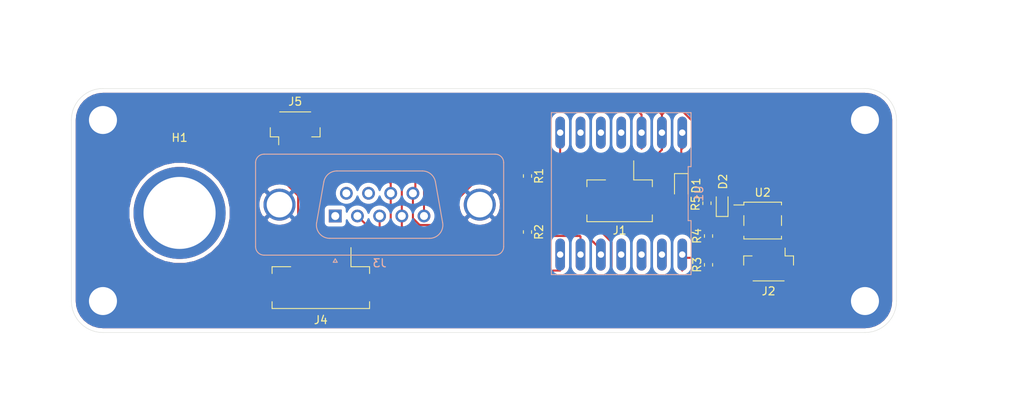
<source format=kicad_pcb>
(kicad_pcb (version 20171130) (host pcbnew "(5.1.5-0)")

  (general
    (thickness 1.6)
    (drawings 12)
    (tracks 198)
    (zones 0)
    (modules 15)
    (nets 23)
  )

  (page A4)
  (layers
    (0 F.Cu signal)
    (31 B.Cu signal)
    (32 B.Adhes user)
    (33 F.Adhes user)
    (34 B.Paste user)
    (35 F.Paste user)
    (36 B.SilkS user)
    (37 F.SilkS user)
    (38 B.Mask user)
    (39 F.Mask user)
    (40 Dwgs.User user)
    (41 Cmts.User user)
    (42 Eco1.User user)
    (43 Eco2.User user)
    (44 Edge.Cuts user)
    (45 Margin user)
    (46 B.CrtYd user)
    (47 F.CrtYd user)
    (48 B.Fab user hide)
    (49 F.Fab user hide)
  )

  (setup
    (last_trace_width 0.25)
    (trace_clearance 0.2)
    (zone_clearance 0.508)
    (zone_45_only no)
    (trace_min 0.2)
    (via_size 0.8)
    (via_drill 0.4)
    (via_min_size 0.4)
    (via_min_drill 0.3)
    (uvia_size 0.3)
    (uvia_drill 0.1)
    (uvias_allowed no)
    (uvia_min_size 0.2)
    (uvia_min_drill 0.1)
    (edge_width 0.05)
    (segment_width 0.2)
    (pcb_text_width 0.3)
    (pcb_text_size 1.5 1.5)
    (mod_edge_width 0.12)
    (mod_text_size 1 1)
    (mod_text_width 0.15)
    (pad_size 10.4 10.4)
    (pad_drill 8.4)
    (pad_to_mask_clearance 0.051)
    (solder_mask_min_width 0.25)
    (aux_axis_origin 0 0)
    (visible_elements FFFFFF7F)
    (pcbplotparams
      (layerselection 0x010fc_ffffffff)
      (usegerberextensions true)
      (usegerberattributes false)
      (usegerberadvancedattributes false)
      (creategerberjobfile false)
      (excludeedgelayer true)
      (linewidth 0.100000)
      (plotframeref false)
      (viasonmask false)
      (mode 1)
      (useauxorigin false)
      (hpglpennumber 1)
      (hpglpenspeed 20)
      (hpglpendiameter 15.000000)
      (psnegative false)
      (psa4output false)
      (plotreference true)
      (plotvalue true)
      (plotinvisibletext false)
      (padsonsilk false)
      (subtractmaskfromsilk false)
      (outputformat 1)
      (mirror false)
      (drillshape 0)
      (scaleselection 1)
      (outputdirectory "gerbers/back/"))
  )

  (net 0 "")
  (net 1 /3V_I2C)
  (net 2 /SCL)
  (net 3 /GND_I2C)
  (net 4 /SDA)
  (net 5 GND)
  (net 6 "Net-(U1-Pad9)")
  (net 7 "Net-(U1-Pad10)")
  (net 8 "Net-(U1-Pad4)")
  (net 9 "Net-(U1-Pad11)")
  (net 10 "Net-(D1-Pad1)")
  (net 11 "Net-(J2-Pad2)")
  (net 12 "Net-(J3-Pad7)")
  (net 13 "Net-(J3-Pad6)")
  (net 14 /tx)
  (net 15 /rx)
  (net 16 "Net-(J3-Pad1)")
  (net 17 "Net-(R3-Pad2)")
  (net 18 +5V)
  (net 19 "Net-(U1-Pad3)")
  (net 20 "Net-(U1-Pad2)")
  (net 21 "Net-(D2-Pad2)")
  (net 22 "Net-(D2-Pad1)")

  (net_class Default "This is the default net class."
    (clearance 0.2)
    (trace_width 0.25)
    (via_dia 0.8)
    (via_drill 0.4)
    (uvia_dia 0.3)
    (uvia_drill 0.1)
    (add_net +5V)
    (add_net /3V_I2C)
    (add_net /GND_I2C)
    (add_net /SCL)
    (add_net /SDA)
    (add_net /rx)
    (add_net /tx)
    (add_net GND)
    (add_net "Net-(D1-Pad1)")
    (add_net "Net-(D2-Pad1)")
    (add_net "Net-(D2-Pad2)")
    (add_net "Net-(J2-Pad2)")
    (add_net "Net-(J3-Pad1)")
    (add_net "Net-(J3-Pad6)")
    (add_net "Net-(J3-Pad7)")
    (add_net "Net-(R3-Pad2)")
    (add_net "Net-(U1-Pad10)")
    (add_net "Net-(U1-Pad11)")
    (add_net "Net-(U1-Pad2)")
    (add_net "Net-(U1-Pad3)")
    (add_net "Net-(U1-Pad4)")
    (add_net "Net-(U1-Pad9)")
  )

  (module LED_SMD:LED_0603_1608Metric_Pad1.05x0.95mm_HandSolder (layer F.Cu) (tedit 5B4B45C9) (tstamp 601FFDE3)
    (at 177.3 110.4 90)
    (descr "LED SMD 0603 (1608 Metric), square (rectangular) end terminal, IPC_7351 nominal, (Body size source: http://www.tortai-tech.com/upload/download/2011102023233369053.pdf), generated with kicad-footprint-generator")
    (tags "LED handsolder")
    (path /60200061)
    (attr smd)
    (fp_text reference D2 (at 2.7 0.1 90) (layer F.SilkS)
      (effects (font (size 1 1) (thickness 0.15)))
    )
    (fp_text value LED (at 0 1.43 90) (layer F.Fab)
      (effects (font (size 1 1) (thickness 0.15)))
    )
    (fp_text user %R (at 0 0 90) (layer F.Fab)
      (effects (font (size 0.4 0.4) (thickness 0.06)))
    )
    (fp_line (start 1.65 0.73) (end -1.65 0.73) (layer F.CrtYd) (width 0.05))
    (fp_line (start 1.65 -0.73) (end 1.65 0.73) (layer F.CrtYd) (width 0.05))
    (fp_line (start -1.65 -0.73) (end 1.65 -0.73) (layer F.CrtYd) (width 0.05))
    (fp_line (start -1.65 0.73) (end -1.65 -0.73) (layer F.CrtYd) (width 0.05))
    (fp_line (start -1.66 0.735) (end 0.8 0.735) (layer F.SilkS) (width 0.12))
    (fp_line (start -1.66 -0.735) (end -1.66 0.735) (layer F.SilkS) (width 0.12))
    (fp_line (start 0.8 -0.735) (end -1.66 -0.735) (layer F.SilkS) (width 0.12))
    (fp_line (start 0.8 0.4) (end 0.8 -0.4) (layer F.Fab) (width 0.1))
    (fp_line (start -0.8 0.4) (end 0.8 0.4) (layer F.Fab) (width 0.1))
    (fp_line (start -0.8 -0.1) (end -0.8 0.4) (layer F.Fab) (width 0.1))
    (fp_line (start -0.5 -0.4) (end -0.8 -0.1) (layer F.Fab) (width 0.1))
    (fp_line (start 0.8 -0.4) (end -0.5 -0.4) (layer F.Fab) (width 0.1))
    (pad 2 smd roundrect (at 0.875 0 90) (size 1.05 0.95) (layers F.Cu F.Paste F.Mask) (roundrect_rratio 0.25)
      (net 21 "Net-(D2-Pad2)"))
    (pad 1 smd roundrect (at -0.875 0 90) (size 1.05 0.95) (layers F.Cu F.Paste F.Mask) (roundrect_rratio 0.25)
      (net 22 "Net-(D2-Pad1)"))
    (model ${KISYS3DMOD}/LED_SMD.3dshapes/LED_0603_1608Metric.wrl
      (at (xyz 0 0 0))
      (scale (xyz 1 1 1))
      (rotate (xyz 0 0 0))
    )
  )

  (module 0my_footprints:MountingHole_8.4mm_PJ-066 (layer F.Cu) (tedit 601F169E) (tstamp 6005E6FE)
    (at 109.565 111.615)
    (descr "Mounting Hole 8.4mm, no annular, M8")
    (tags "mounting hole 8.4mm no annular m8")
    (path /6043FFF5)
    (attr virtual)
    (fp_text reference H1 (at 0 -9.4) (layer F.SilkS)
      (effects (font (size 1 1) (thickness 0.15)))
    )
    (fp_text value MountingHole (at 0 9.4) (layer F.Fab)
      (effects (font (size 1 1) (thickness 0.15)))
    )
    (fp_text user %R (at 0.3 0) (layer F.Fab)
      (effects (font (size 1 1) (thickness 0.15)))
    )
    (fp_circle (center 0 0) (end 5.75 0) (layer Cmts.User) (width 0.15))
    (fp_circle (center 0 0) (end 6 0) (layer F.CrtYd) (width 0.05))
    (pad "" np_thru_hole circle (at 0 0) (size 11.5 11.5) (drill 9) (layers *.Cu *.Mask))
  )

  (module Connector_JST:JST_SH_BM04B-SRSS-TB_1x04-1MP_P1.00mm_Vertical (layer F.Cu) (tedit 601EC7F3) (tstamp 5FDFBD5F)
    (at 124 101)
    (descr "JST SH series connector, BM04B-SRSS-TB (http://www.jst-mfg.com/product/pdf/eng/eSH.pdf), generated with kicad-footprint-generator")
    (tags "connector JST SH side entry")
    (path /5FFC6E13)
    (attr smd)
    (fp_text reference J5 (at 0 -3.3) (layer F.SilkS)
      (effects (font (size 1 1) (thickness 0.15)))
    )
    (fp_text value JST-SH (at 0 3.3) (layer F.Fab)
      (effects (font (size 1 1) (thickness 0.15)))
    )
    (fp_text user %R (at 0 -0.25) (layer F.Fab)
      (effects (font (size 1 1) (thickness 0.15)))
    )
    (fp_line (start -1.5 0.292893) (end -1 1) (layer F.Fab) (width 0.1))
    (fp_line (start -2 1) (end -1.5 0.292893) (layer F.Fab) (width 0.1))
    (fp_line (start 3.9 -2.6) (end -3.9 -2.6) (layer F.CrtYd) (width 0.05))
    (fp_line (start 3.9 2.6) (end 3.9 -2.6) (layer F.CrtYd) (width 0.05))
    (fp_line (start -3.9 2.6) (end 3.9 2.6) (layer F.CrtYd) (width 0.05))
    (fp_line (start -3.9 -2.6) (end -3.9 2.6) (layer F.CrtYd) (width 0.05))
    (fp_line (start 1.65 -1.55) (end 1.35 -1.55) (layer F.Fab) (width 0.1))
    (fp_line (start 1.65 -0.95) (end 1.65 -1.55) (layer F.Fab) (width 0.1))
    (fp_line (start 1.35 -0.95) (end 1.65 -0.95) (layer F.Fab) (width 0.1))
    (fp_line (start 1.35 -1.55) (end 1.35 -0.95) (layer F.Fab) (width 0.1))
    (fp_line (start 0.65 -1.55) (end 0.35 -1.55) (layer F.Fab) (width 0.1))
    (fp_line (start 0.65 -0.95) (end 0.65 -1.55) (layer F.Fab) (width 0.1))
    (fp_line (start 0.35 -0.95) (end 0.65 -0.95) (layer F.Fab) (width 0.1))
    (fp_line (start 0.35 -1.55) (end 0.35 -0.95) (layer F.Fab) (width 0.1))
    (fp_line (start -0.35 -1.55) (end -0.65 -1.55) (layer F.Fab) (width 0.1))
    (fp_line (start -0.35 -0.95) (end -0.35 -1.55) (layer F.Fab) (width 0.1))
    (fp_line (start -0.65 -0.95) (end -0.35 -0.95) (layer F.Fab) (width 0.1))
    (fp_line (start -0.65 -1.55) (end -0.65 -0.95) (layer F.Fab) (width 0.1))
    (fp_line (start -1.35 -1.55) (end -1.65 -1.55) (layer F.Fab) (width 0.1))
    (fp_line (start -1.35 -0.95) (end -1.35 -1.55) (layer F.Fab) (width 0.1))
    (fp_line (start -1.65 -0.95) (end -1.35 -0.95) (layer F.Fab) (width 0.1))
    (fp_line (start -1.65 -1.55) (end -1.65 -0.95) (layer F.Fab) (width 0.1))
    (fp_line (start 3 1) (end 3 -1.9) (layer F.Fab) (width 0.1))
    (fp_line (start -3 1) (end -3 -1.9) (layer F.Fab) (width 0.1))
    (fp_line (start -3 -1.9) (end 3 -1.9) (layer F.Fab) (width 0.1))
    (fp_line (start -1.94 -2.01) (end 1.94 -2.01) (layer F.SilkS) (width 0.12))
    (fp_line (start 3.11 1.11) (end 2.06 1.11) (layer F.SilkS) (width 0.12))
    (fp_line (start 3.11 -0.04) (end 3.11 1.11) (layer F.SilkS) (width 0.12))
    (fp_line (start -2.06 1.11) (end -2.06 2.1) (layer F.SilkS) (width 0.12))
    (fp_line (start -3.11 1.11) (end -2.06 1.11) (layer F.SilkS) (width 0.12))
    (fp_line (start -3.11 -0.04) (end -3.11 1.11) (layer F.SilkS) (width 0.12))
    (fp_line (start -3 1) (end 3 1) (layer F.Fab) (width 0.1))
    (pad MP smd roundrect (at 2.8 -1.2) (size 1.2 1.8) (layers F.Cu F.Paste F.Mask) (roundrect_rratio 0.208333))
    (pad MP smd roundrect (at -2.8 -1.2) (size 1.2 1.8) (layers F.Cu F.Paste F.Mask) (roundrect_rratio 0.208333))
    (pad 4 smd roundrect (at 1.5 1.325) (size 0.6 1.55) (layers F.Cu F.Paste F.Mask) (roundrect_rratio 0.25)
      (net 2 /SCL))
    (pad 3 smd roundrect (at 0.5 1.325) (size 0.6 1.55) (layers F.Cu F.Paste F.Mask) (roundrect_rratio 0.25)
      (net 4 /SDA))
    (pad 2 smd roundrect (at -0.5 1.325) (size 0.6 1.55) (layers F.Cu F.Paste F.Mask) (roundrect_rratio 0.25)
      (net 1 /3V_I2C))
    (pad 1 smd roundrect (at -1.5 1.325) (size 0.6 1.55) (layers F.Cu F.Paste F.Mask) (roundrect_rratio 0.25)
      (net 3 /GND_I2C))
    (model ${KIPRJMOD}/3D/BM04B-SRSS-TB.STEP
      (offset (xyz 0 1.2 0))
      (scale (xyz 1 1 1))
      (rotate (xyz -90 0 0))
    )
  )

  (module Package_SO:SO-4_4.4x4.3mm_P2.54mm (layer F.Cu) (tedit 5A02F2D3) (tstamp 600DFD6B)
    (at 182.36 112.57)
    (descr "4-Lead Plastic Small Outline (SO), see https://docs.broadcom.com/docs/AV02-0173EN")
    (tags "SO SOIC 2.54")
    (path /601C7996)
    (attr smd)
    (fp_text reference U2 (at 0 -3.5) (layer F.SilkS)
      (effects (font (size 1 1) (thickness 0.15)))
    )
    (fp_text value AQY212 (at 0 3.5) (layer F.Fab)
      (effects (font (size 1 1) (thickness 0.15)))
    )
    (fp_line (start 2.35 0.62) (end 2.35 -0.62) (layer F.SilkS) (width 0.12))
    (fp_line (start -2.35 0.62) (end -2.35 -0.62) (layer F.SilkS) (width 0.12))
    (fp_line (start -2.2 -1.15) (end -1.2 -2.15) (layer F.Fab) (width 0.1))
    (fp_line (start -2.2 2.15) (end -2.2 -1.15) (layer F.Fab) (width 0.1))
    (fp_line (start 2.2 2.15) (end 2.2 -2.15) (layer F.Fab) (width 0.1))
    (fp_line (start -2.2 2.15) (end 2.2 2.15) (layer F.Fab) (width 0.1))
    (fp_line (start 3.85 -2.4) (end 3.85 2.4) (layer F.CrtYd) (width 0.05))
    (fp_line (start 3.85 2.4) (end -3.85 2.4) (layer F.CrtYd) (width 0.05))
    (fp_line (start -3.85 2.4) (end -3.85 -2.4) (layer F.CrtYd) (width 0.05))
    (fp_line (start -3.85 -2.4) (end 3.85 -2.4) (layer F.CrtYd) (width 0.05))
    (fp_line (start -2.35 -1.95) (end -2.35 -2.3) (layer F.SilkS) (width 0.12))
    (fp_line (start -2.35 -2.3) (end 2.35 -2.3) (layer F.SilkS) (width 0.12))
    (fp_line (start 2.35 -2.3) (end 2.35 -1.95) (layer F.SilkS) (width 0.12))
    (fp_line (start -2.35 -1.95) (end -3.6 -1.95) (layer F.SilkS) (width 0.12))
    (fp_line (start -2.35 1.95) (end -2.35 2.3) (layer F.SilkS) (width 0.12))
    (fp_line (start -2.35 2.3) (end 2.35 2.3) (layer F.SilkS) (width 0.12))
    (fp_line (start 2.35 2.3) (end 2.35 1.95) (layer F.SilkS) (width 0.12))
    (fp_text user %R (at 0 0) (layer F.Fab)
      (effects (font (size 1 1) (thickness 0.15)))
    )
    (fp_line (start -1.2 -2.15) (end 2.2 -2.15) (layer F.Fab) (width 0.1))
    (pad 3 smd rect (at 3 1.27 270) (size 0.8 1.2) (layers F.Cu F.Paste F.Mask)
      (net 11 "Net-(J2-Pad2)"))
    (pad 2 smd rect (at -3 1.27 270) (size 0.8 1.2) (layers F.Cu F.Paste F.Mask)
      (net 3 /GND_I2C))
    (pad 1 smd rect (at -3 -1.27 270) (size 0.8 1.2) (layers F.Cu F.Paste F.Mask)
      (net 22 "Net-(D2-Pad1)"))
    (pad 4 smd rect (at 3 -1.27 270) (size 0.8 1.2) (layers F.Cu F.Paste F.Mask)
      (net 1 /3V_I2C))
    (model ${KISYS3DMOD}/Package_SO.3dshapes/SO-4_4.4x4.3mm_P2.54mm.wrl
      (at (xyz 0 0 0))
      (scale (xyz 1 1 1))
      (rotate (xyz 0 0 0))
    )
  )

  (module Resistor_SMD:R_0603_1608Metric_Pad1.05x0.95mm_HandSolder (layer F.Cu) (tedit 5B301BBD) (tstamp 600DFD16)
    (at 175.4 110.4 90)
    (descr "Resistor SMD 0603 (1608 Metric), square (rectangular) end terminal, IPC_7351 nominal with elongated pad for handsoldering. (Body size source: http://www.tortai-tech.com/upload/download/2011102023233369053.pdf), generated with kicad-footprint-generator")
    (tags "resistor handsolder")
    (path /601CADF5)
    (attr smd)
    (fp_text reference R5 (at 0 -1.43 90) (layer F.SilkS)
      (effects (font (size 1 1) (thickness 0.15)))
    )
    (fp_text value 1K (at 0 1.43 90) (layer F.Fab)
      (effects (font (size 1 1) (thickness 0.15)))
    )
    (fp_text user %R (at 0 0 90) (layer F.Fab)
      (effects (font (size 0.4 0.4) (thickness 0.06)))
    )
    (fp_line (start 1.65 0.73) (end -1.65 0.73) (layer F.CrtYd) (width 0.05))
    (fp_line (start 1.65 -0.73) (end 1.65 0.73) (layer F.CrtYd) (width 0.05))
    (fp_line (start -1.65 -0.73) (end 1.65 -0.73) (layer F.CrtYd) (width 0.05))
    (fp_line (start -1.65 0.73) (end -1.65 -0.73) (layer F.CrtYd) (width 0.05))
    (fp_line (start -0.171267 0.51) (end 0.171267 0.51) (layer F.SilkS) (width 0.12))
    (fp_line (start -0.171267 -0.51) (end 0.171267 -0.51) (layer F.SilkS) (width 0.12))
    (fp_line (start 0.8 0.4) (end -0.8 0.4) (layer F.Fab) (width 0.1))
    (fp_line (start 0.8 -0.4) (end 0.8 0.4) (layer F.Fab) (width 0.1))
    (fp_line (start -0.8 -0.4) (end 0.8 -0.4) (layer F.Fab) (width 0.1))
    (fp_line (start -0.8 0.4) (end -0.8 -0.4) (layer F.Fab) (width 0.1))
    (pad 2 smd roundrect (at 0.875 0 90) (size 1.05 0.95) (layers F.Cu F.Paste F.Mask) (roundrect_rratio 0.25)
      (net 21 "Net-(D2-Pad2)"))
    (pad 1 smd roundrect (at -0.875 0 90) (size 1.05 0.95) (layers F.Cu F.Paste F.Mask) (roundrect_rratio 0.25)
      (net 18 +5V))
    (model ${KISYS3DMOD}/Resistor_SMD.3dshapes/R_0603_1608Metric.wrl
      (at (xyz 0 0 0))
      (scale (xyz 1 1 1))
      (rotate (xyz 0 0 0))
    )
  )

  (module Connector_JST:JST_SH_BM04B-SRSS-TB_1x04-1MP_P1.00mm_Vertical (layer F.Cu) (tedit 5B78AD87) (tstamp 600DFB6D)
    (at 183.1 118.1 180)
    (descr "JST SH series connector, BM04B-SRSS-TB (http://www.jst-mfg.com/product/pdf/eng/eSH.pdf), generated with kicad-footprint-generator")
    (tags "connector JST SH side entry")
    (path /601BF973)
    (attr smd)
    (fp_text reference J2 (at 0 -3.3) (layer F.SilkS)
      (effects (font (size 1 1) (thickness 0.15)))
    )
    (fp_text value JST-SH (at 0 3.3) (layer F.Fab)
      (effects (font (size 1 1) (thickness 0.15)))
    )
    (fp_text user %R (at 0 -0.25) (layer F.Fab)
      (effects (font (size 1 1) (thickness 0.15)))
    )
    (fp_line (start -1.5 0.292893) (end -1 1) (layer F.Fab) (width 0.1))
    (fp_line (start -2 1) (end -1.5 0.292893) (layer F.Fab) (width 0.1))
    (fp_line (start 3.9 -2.6) (end -3.9 -2.6) (layer F.CrtYd) (width 0.05))
    (fp_line (start 3.9 2.6) (end 3.9 -2.6) (layer F.CrtYd) (width 0.05))
    (fp_line (start -3.9 2.6) (end 3.9 2.6) (layer F.CrtYd) (width 0.05))
    (fp_line (start -3.9 -2.6) (end -3.9 2.6) (layer F.CrtYd) (width 0.05))
    (fp_line (start 1.65 -1.55) (end 1.35 -1.55) (layer F.Fab) (width 0.1))
    (fp_line (start 1.65 -0.95) (end 1.65 -1.55) (layer F.Fab) (width 0.1))
    (fp_line (start 1.35 -0.95) (end 1.65 -0.95) (layer F.Fab) (width 0.1))
    (fp_line (start 1.35 -1.55) (end 1.35 -0.95) (layer F.Fab) (width 0.1))
    (fp_line (start 0.65 -1.55) (end 0.35 -1.55) (layer F.Fab) (width 0.1))
    (fp_line (start 0.65 -0.95) (end 0.65 -1.55) (layer F.Fab) (width 0.1))
    (fp_line (start 0.35 -0.95) (end 0.65 -0.95) (layer F.Fab) (width 0.1))
    (fp_line (start 0.35 -1.55) (end 0.35 -0.95) (layer F.Fab) (width 0.1))
    (fp_line (start -0.35 -1.55) (end -0.65 -1.55) (layer F.Fab) (width 0.1))
    (fp_line (start -0.35 -0.95) (end -0.35 -1.55) (layer F.Fab) (width 0.1))
    (fp_line (start -0.65 -0.95) (end -0.35 -0.95) (layer F.Fab) (width 0.1))
    (fp_line (start -0.65 -1.55) (end -0.65 -0.95) (layer F.Fab) (width 0.1))
    (fp_line (start -1.35 -1.55) (end -1.65 -1.55) (layer F.Fab) (width 0.1))
    (fp_line (start -1.35 -0.95) (end -1.35 -1.55) (layer F.Fab) (width 0.1))
    (fp_line (start -1.65 -0.95) (end -1.35 -0.95) (layer F.Fab) (width 0.1))
    (fp_line (start -1.65 -1.55) (end -1.65 -0.95) (layer F.Fab) (width 0.1))
    (fp_line (start 3 1) (end 3 -1.9) (layer F.Fab) (width 0.1))
    (fp_line (start -3 1) (end -3 -1.9) (layer F.Fab) (width 0.1))
    (fp_line (start -3 -1.9) (end 3 -1.9) (layer F.Fab) (width 0.1))
    (fp_line (start -1.94 -2.01) (end 1.94 -2.01) (layer F.SilkS) (width 0.12))
    (fp_line (start 3.11 1.11) (end 2.06 1.11) (layer F.SilkS) (width 0.12))
    (fp_line (start 3.11 -0.04) (end 3.11 1.11) (layer F.SilkS) (width 0.12))
    (fp_line (start -2.06 1.11) (end -2.06 2.1) (layer F.SilkS) (width 0.12))
    (fp_line (start -3.11 1.11) (end -2.06 1.11) (layer F.SilkS) (width 0.12))
    (fp_line (start -3.11 -0.04) (end -3.11 1.11) (layer F.SilkS) (width 0.12))
    (fp_line (start -3 1) (end 3 1) (layer F.Fab) (width 0.1))
    (pad MP smd roundrect (at 2.8 -1.2 180) (size 1.2 1.8) (layers F.Cu F.Paste F.Mask) (roundrect_rratio 0.208333))
    (pad MP smd roundrect (at -2.8 -1.2 180) (size 1.2 1.8) (layers F.Cu F.Paste F.Mask) (roundrect_rratio 0.208333))
    (pad 4 smd roundrect (at 1.5 1.325 180) (size 0.6 1.55) (layers F.Cu F.Paste F.Mask) (roundrect_rratio 0.25)
      (net 2 /SCL))
    (pad 3 smd roundrect (at 0.5 1.325 180) (size 0.6 1.55) (layers F.Cu F.Paste F.Mask) (roundrect_rratio 0.25)
      (net 4 /SDA))
    (pad 2 smd roundrect (at -0.5 1.325 180) (size 0.6 1.55) (layers F.Cu F.Paste F.Mask) (roundrect_rratio 0.25)
      (net 11 "Net-(J2-Pad2)"))
    (pad 1 smd roundrect (at -1.5 1.325 180) (size 0.6 1.55) (layers F.Cu F.Paste F.Mask) (roundrect_rratio 0.25)
      (net 3 /GND_I2C))
    (model ${KIPRJMOD}/3D/BM04B-SRSS-TB.STEP
      (offset (xyz 0 1.2 0))
      (scale (xyz 1 1 1))
      (rotate (xyz -90 0 0))
    )
  )

  (module Resistor_SMD:R_0603_1608Metric_Pad1.05x0.95mm_HandSolder (layer F.Cu) (tedit 5B301BBD) (tstamp 6005D778)
    (at 175.6 114.5 90)
    (descr "Resistor SMD 0603 (1608 Metric), square (rectangular) end terminal, IPC_7351 nominal with elongated pad for handsoldering. (Body size source: http://www.tortai-tech.com/upload/download/2011102023233369053.pdf), generated with kicad-footprint-generator")
    (tags "resistor handsolder")
    (path /60435EC0)
    (attr smd)
    (fp_text reference R4 (at 0 -1.43 90) (layer F.SilkS)
      (effects (font (size 1 1) (thickness 0.15)))
    )
    (fp_text value 3.3K (at 0 1.43 90) (layer F.Fab)
      (effects (font (size 1 1) (thickness 0.15)))
    )
    (fp_text user %R (at 0 0 90) (layer F.Fab)
      (effects (font (size 0.4 0.4) (thickness 0.06)))
    )
    (fp_line (start 1.65 0.73) (end -1.65 0.73) (layer F.CrtYd) (width 0.05))
    (fp_line (start 1.65 -0.73) (end 1.65 0.73) (layer F.CrtYd) (width 0.05))
    (fp_line (start -1.65 -0.73) (end 1.65 -0.73) (layer F.CrtYd) (width 0.05))
    (fp_line (start -1.65 0.73) (end -1.65 -0.73) (layer F.CrtYd) (width 0.05))
    (fp_line (start -0.171267 0.51) (end 0.171267 0.51) (layer F.SilkS) (width 0.12))
    (fp_line (start -0.171267 -0.51) (end 0.171267 -0.51) (layer F.SilkS) (width 0.12))
    (fp_line (start 0.8 0.4) (end -0.8 0.4) (layer F.Fab) (width 0.1))
    (fp_line (start 0.8 -0.4) (end 0.8 0.4) (layer F.Fab) (width 0.1))
    (fp_line (start -0.8 -0.4) (end 0.8 -0.4) (layer F.Fab) (width 0.1))
    (fp_line (start -0.8 0.4) (end -0.8 -0.4) (layer F.Fab) (width 0.1))
    (pad 2 smd roundrect (at 0.875 0 90) (size 1.05 0.95) (layers F.Cu F.Paste F.Mask) (roundrect_rratio 0.25)
      (net 3 /GND_I2C))
    (pad 1 smd roundrect (at -0.875 0 90) (size 1.05 0.95) (layers F.Cu F.Paste F.Mask) (roundrect_rratio 0.25)
      (net 17 "Net-(R3-Pad2)"))
    (model ${KISYS3DMOD}/Resistor_SMD.3dshapes/R_0603_1608Metric.wrl
      (at (xyz 0 0 0))
      (scale (xyz 1 1 1))
      (rotate (xyz 0 0 0))
    )
  )

  (module Resistor_SMD:R_0603_1608Metric_Pad1.05x0.95mm_HandSolder (layer F.Cu) (tedit 5B301BBD) (tstamp 6005D767)
    (at 175.6 118.1 90)
    (descr "Resistor SMD 0603 (1608 Metric), square (rectangular) end terminal, IPC_7351 nominal with elongated pad for handsoldering. (Body size source: http://www.tortai-tech.com/upload/download/2011102023233369053.pdf), generated with kicad-footprint-generator")
    (tags "resistor handsolder")
    (path /604359CD)
    (attr smd)
    (fp_text reference R3 (at 0 -1.43 90) (layer F.SilkS)
      (effects (font (size 1 1) (thickness 0.15)))
    )
    (fp_text value 2K (at 0 1.43 90) (layer F.Fab)
      (effects (font (size 1 1) (thickness 0.15)))
    )
    (fp_text user %R (at 0 0 90) (layer F.Fab)
      (effects (font (size 0.4 0.4) (thickness 0.06)))
    )
    (fp_line (start 1.65 0.73) (end -1.65 0.73) (layer F.CrtYd) (width 0.05))
    (fp_line (start 1.65 -0.73) (end 1.65 0.73) (layer F.CrtYd) (width 0.05))
    (fp_line (start -1.65 -0.73) (end 1.65 -0.73) (layer F.CrtYd) (width 0.05))
    (fp_line (start -1.65 0.73) (end -1.65 -0.73) (layer F.CrtYd) (width 0.05))
    (fp_line (start -0.171267 0.51) (end 0.171267 0.51) (layer F.SilkS) (width 0.12))
    (fp_line (start -0.171267 -0.51) (end 0.171267 -0.51) (layer F.SilkS) (width 0.12))
    (fp_line (start 0.8 0.4) (end -0.8 0.4) (layer F.Fab) (width 0.1))
    (fp_line (start 0.8 -0.4) (end 0.8 0.4) (layer F.Fab) (width 0.1))
    (fp_line (start -0.8 -0.4) (end 0.8 -0.4) (layer F.Fab) (width 0.1))
    (fp_line (start -0.8 0.4) (end -0.8 -0.4) (layer F.Fab) (width 0.1))
    (pad 2 smd roundrect (at 0.875 0 90) (size 1.05 0.95) (layers F.Cu F.Paste F.Mask) (roundrect_rratio 0.25)
      (net 17 "Net-(R3-Pad2)"))
    (pad 1 smd roundrect (at -0.875 0 90) (size 1.05 0.95) (layers F.Cu F.Paste F.Mask) (roundrect_rratio 0.25)
      (net 18 +5V))
    (model ${KISYS3DMOD}/Resistor_SMD.3dshapes/R_0603_1608Metric.wrl
      (at (xyz 0 0 0))
      (scale (xyz 1 1 1))
      (rotate (xyz 0 0 0))
    )
  )

  (module Diode_SMD:D_SOD-323 (layer F.Cu) (tedit 58641739) (tstamp 6005D576)
    (at 172.2 108.2 270)
    (descr SOD-323)
    (tags SOD-323)
    (path /6042E268)
    (attr smd)
    (fp_text reference D1 (at 0 -1.85 90) (layer F.SilkS)
      (effects (font (size 1 1) (thickness 0.15)))
    )
    (fp_text value BAT60B (at 0.1 1.9 90) (layer F.Fab)
      (effects (font (size 1 1) (thickness 0.15)))
    )
    (fp_line (start -1.5 -0.85) (end 1.05 -0.85) (layer F.SilkS) (width 0.12))
    (fp_line (start -1.5 0.85) (end 1.05 0.85) (layer F.SilkS) (width 0.12))
    (fp_line (start -1.6 -0.95) (end -1.6 0.95) (layer F.CrtYd) (width 0.05))
    (fp_line (start -1.6 0.95) (end 1.6 0.95) (layer F.CrtYd) (width 0.05))
    (fp_line (start 1.6 -0.95) (end 1.6 0.95) (layer F.CrtYd) (width 0.05))
    (fp_line (start -1.6 -0.95) (end 1.6 -0.95) (layer F.CrtYd) (width 0.05))
    (fp_line (start -0.9 -0.7) (end 0.9 -0.7) (layer F.Fab) (width 0.1))
    (fp_line (start 0.9 -0.7) (end 0.9 0.7) (layer F.Fab) (width 0.1))
    (fp_line (start 0.9 0.7) (end -0.9 0.7) (layer F.Fab) (width 0.1))
    (fp_line (start -0.9 0.7) (end -0.9 -0.7) (layer F.Fab) (width 0.1))
    (fp_line (start -0.3 -0.35) (end -0.3 0.35) (layer F.Fab) (width 0.1))
    (fp_line (start -0.3 0) (end -0.5 0) (layer F.Fab) (width 0.1))
    (fp_line (start -0.3 0) (end 0.2 -0.35) (layer F.Fab) (width 0.1))
    (fp_line (start 0.2 -0.35) (end 0.2 0.35) (layer F.Fab) (width 0.1))
    (fp_line (start 0.2 0.35) (end -0.3 0) (layer F.Fab) (width 0.1))
    (fp_line (start 0.2 0) (end 0.45 0) (layer F.Fab) (width 0.1))
    (fp_line (start -1.5 -0.85) (end -1.5 0.85) (layer F.SilkS) (width 0.12))
    (fp_text user %R (at 0 -1.85 90) (layer F.Fab)
      (effects (font (size 1 1) (thickness 0.15)))
    )
    (pad 2 smd rect (at 1.05 0 270) (size 0.6 0.45) (layers F.Cu F.Paste F.Mask)
      (net 18 +5V))
    (pad 1 smd rect (at -1.05 0 270) (size 0.6 0.45) (layers F.Cu F.Paste F.Mask)
      (net 10 "Net-(D1-Pad1)"))
    (model ${KISYS3DMOD}/Diode_SMD.3dshapes/D_SOD-323.wrl
      (at (xyz 0 0 0))
      (scale (xyz 1 1 1))
      (rotate (xyz 0 0 0))
    )
  )

  (module 0my_footprints:QT_PY_DIP-14_600_ELL (layer B.Cu) (tedit 0) (tstamp 601D866A)
    (at 164.7 109.2 180)
    (path /5FCB1320)
    (fp_text reference U1 (at -9.72 0 270) (layer B.SilkS)
      (effects (font (size 1 1) (thickness 0.15)) (justify mirror))
    )
    (fp_text value QT_PY (at 0 0) (layer B.Fab)
      (effects (font (size 1 1) (thickness 0.15)) (justify mirror))
    )
    (fp_line (start -8.47 -9.87) (end -8.47 9.87) (layer B.CrtYd) (width 0.05))
    (fp_line (start 8.47 -9.87) (end -8.47 -9.87) (layer B.CrtYd) (width 0.05))
    (fp_line (start 8.47 9.87) (end 8.47 -9.87) (layer B.CrtYd) (width 0.05))
    (fp_line (start -8.47 9.87) (end 8.47 9.87) (layer B.CrtYd) (width 0.05))
    (fp_line (start -8.72 -3.373333) (end -8.72 -10.12) (layer B.SilkS) (width 0.12))
    (fp_line (start -8.36 -3.373333) (end -8.72 -3.373333) (layer B.SilkS) (width 0.12))
    (fp_line (start -8.36 3.373333) (end -8.36 -3.373333) (layer B.SilkS) (width 0.12))
    (fp_line (start -8.72 3.373333) (end -8.36 3.373333) (layer B.SilkS) (width 0.12))
    (fp_line (start -8.72 10.12) (end -8.72 3.373333) (layer B.SilkS) (width 0.12))
    (fp_line (start 8.72 10.12) (end -8.72 10.12) (layer B.SilkS) (width 0.12))
    (fp_line (start 8.72 -10.12) (end 8.72 10.12) (layer B.SilkS) (width 0.12))
    (fp_line (start -8.72 -10.12) (end 8.72 -10.12) (layer B.SilkS) (width 0.12))
    (pad 7 thru_hole oval (at 7.62 -7.62 180) (size 1.2 4) (drill 0.8) (layers *.Cu *.Mask)
      (net 14 /tx))
    (pad 8 thru_hole oval (at 7.62 7.62 180) (size 1.2 4) (drill 0.8) (layers *.Cu *.Mask)
      (net 15 /rx))
    (pad 6 thru_hole oval (at 5.08 -7.62 180) (size 1.2 4) (drill 0.8) (layers *.Cu *.Mask)
      (net 2 /SCL))
    (pad 9 thru_hole oval (at 5.08 7.62 180) (size 1.2 4) (drill 0.8) (layers *.Cu *.Mask)
      (net 6 "Net-(U1-Pad9)"))
    (pad 5 thru_hole oval (at 2.54 -7.62 180) (size 1.2 4) (drill 0.8) (layers *.Cu *.Mask)
      (net 4 /SDA))
    (pad 10 thru_hole oval (at 2.54 7.62 180) (size 1.2 4) (drill 0.8) (layers *.Cu *.Mask)
      (net 7 "Net-(U1-Pad10)"))
    (pad 4 thru_hole oval (at 0 -7.62 180) (size 1.2 4) (drill 0.8) (layers *.Cu *.Mask)
      (net 8 "Net-(U1-Pad4)"))
    (pad 11 thru_hole oval (at 0 7.62 180) (size 1.2 4) (drill 0.8) (layers *.Cu *.Mask)
      (net 9 "Net-(U1-Pad11)"))
    (pad 3 thru_hole oval (at -2.54 -7.62 180) (size 1.2 4) (drill 0.8) (layers *.Cu *.Mask)
      (net 19 "Net-(U1-Pad3)"))
    (pad 12 thru_hole oval (at -2.54 7.62 180) (size 1.2 4) (drill 0.8) (layers *.Cu *.Mask)
      (net 1 /3V_I2C))
    (pad 2 thru_hole oval (at -5.08 -7.62 180) (size 1.2 4) (drill 0.8) (layers *.Cu *.Mask)
      (net 20 "Net-(U1-Pad2)"))
    (pad 13 thru_hole oval (at -5.08 7.62 180) (size 1.2 4) (drill 0.8) (layers *.Cu *.Mask)
      (net 3 /GND_I2C))
    (pad 1 thru_hole oval (at -7.62 -7.62 180) (size 1.2 4) (drill 0.8) (layers *.Cu *.Mask)
      (net 17 "Net-(R3-Pad2)"))
    (pad 14 thru_hole oval (at -7.62 7.62 180) (size 1.2 4) (drill 0.8) (layers *.Cu *.Mask)
      (net 10 "Net-(D1-Pad1)"))
  )

  (module Resistor_SMD:R_0603_1608Metric_Pad1.05x0.95mm_HandSolder (layer F.Cu) (tedit 5B301BBD) (tstamp 5FDFBD81)
    (at 153 114 270)
    (descr "Resistor SMD 0603 (1608 Metric), square (rectangular) end terminal, IPC_7351 nominal with elongated pad for handsoldering. (Body size source: http://www.tortai-tech.com/upload/download/2011102023233369053.pdf), generated with kicad-footprint-generator")
    (tags "resistor handsolder")
    (path /5FFC8E26)
    (attr smd)
    (fp_text reference R2 (at 0 -1.43 90) (layer F.SilkS)
      (effects (font (size 1 1) (thickness 0.15)))
    )
    (fp_text value 10K (at 0 1.43 90) (layer F.Fab)
      (effects (font (size 1 1) (thickness 0.15)))
    )
    (fp_text user %R (at 0 0 90) (layer F.Fab)
      (effects (font (size 0.4 0.4) (thickness 0.06)))
    )
    (fp_line (start 1.65 0.73) (end -1.65 0.73) (layer F.CrtYd) (width 0.05))
    (fp_line (start 1.65 -0.73) (end 1.65 0.73) (layer F.CrtYd) (width 0.05))
    (fp_line (start -1.65 -0.73) (end 1.65 -0.73) (layer F.CrtYd) (width 0.05))
    (fp_line (start -1.65 0.73) (end -1.65 -0.73) (layer F.CrtYd) (width 0.05))
    (fp_line (start -0.171267 0.51) (end 0.171267 0.51) (layer F.SilkS) (width 0.12))
    (fp_line (start -0.171267 -0.51) (end 0.171267 -0.51) (layer F.SilkS) (width 0.12))
    (fp_line (start 0.8 0.4) (end -0.8 0.4) (layer F.Fab) (width 0.1))
    (fp_line (start 0.8 -0.4) (end 0.8 0.4) (layer F.Fab) (width 0.1))
    (fp_line (start -0.8 -0.4) (end 0.8 -0.4) (layer F.Fab) (width 0.1))
    (fp_line (start -0.8 0.4) (end -0.8 -0.4) (layer F.Fab) (width 0.1))
    (pad 2 smd roundrect (at 0.875 0 270) (size 1.05 0.95) (layers F.Cu F.Paste F.Mask) (roundrect_rratio 0.25)
      (net 2 /SCL))
    (pad 1 smd roundrect (at -0.875 0 270) (size 1.05 0.95) (layers F.Cu F.Paste F.Mask) (roundrect_rratio 0.25)
      (net 1 /3V_I2C))
    (model ${KISYS3DMOD}/Resistor_SMD.3dshapes/R_0603_1608Metric.wrl
      (at (xyz 0 0 0))
      (scale (xyz 1 1 1))
      (rotate (xyz 0 0 0))
    )
  )

  (module Resistor_SMD:R_0603_1608Metric_Pad1.05x0.95mm_HandSolder (layer F.Cu) (tedit 5B301BBD) (tstamp 5FDFBD70)
    (at 153 107 270)
    (descr "Resistor SMD 0603 (1608 Metric), square (rectangular) end terminal, IPC_7351 nominal with elongated pad for handsoldering. (Body size source: http://www.tortai-tech.com/upload/download/2011102023233369053.pdf), generated with kicad-footprint-generator")
    (tags "resistor handsolder")
    (path /5FFC849B)
    (attr smd)
    (fp_text reference R1 (at 0 -1.43 90) (layer F.SilkS)
      (effects (font (size 1 1) (thickness 0.15)))
    )
    (fp_text value 10K (at 0 1.43 90) (layer F.Fab)
      (effects (font (size 1 1) (thickness 0.15)))
    )
    (fp_text user %R (at 0 0 90) (layer F.Fab)
      (effects (font (size 0.4 0.4) (thickness 0.06)))
    )
    (fp_line (start 1.65 0.73) (end -1.65 0.73) (layer F.CrtYd) (width 0.05))
    (fp_line (start 1.65 -0.73) (end 1.65 0.73) (layer F.CrtYd) (width 0.05))
    (fp_line (start -1.65 -0.73) (end 1.65 -0.73) (layer F.CrtYd) (width 0.05))
    (fp_line (start -1.65 0.73) (end -1.65 -0.73) (layer F.CrtYd) (width 0.05))
    (fp_line (start -0.171267 0.51) (end 0.171267 0.51) (layer F.SilkS) (width 0.12))
    (fp_line (start -0.171267 -0.51) (end 0.171267 -0.51) (layer F.SilkS) (width 0.12))
    (fp_line (start 0.8 0.4) (end -0.8 0.4) (layer F.Fab) (width 0.1))
    (fp_line (start 0.8 -0.4) (end 0.8 0.4) (layer F.Fab) (width 0.1))
    (fp_line (start -0.8 -0.4) (end 0.8 -0.4) (layer F.Fab) (width 0.1))
    (fp_line (start -0.8 0.4) (end -0.8 -0.4) (layer F.Fab) (width 0.1))
    (pad 2 smd roundrect (at 0.875 0 270) (size 1.05 0.95) (layers F.Cu F.Paste F.Mask) (roundrect_rratio 0.25)
      (net 4 /SDA))
    (pad 1 smd roundrect (at -0.875 0 270) (size 1.05 0.95) (layers F.Cu F.Paste F.Mask) (roundrect_rratio 0.25)
      (net 1 /3V_I2C))
    (model ${KISYS3DMOD}/Resistor_SMD.3dshapes/R_0603_1608Metric.wrl
      (at (xyz 0 0 0))
      (scale (xyz 1 1 1))
      (rotate (xyz 0 0 0))
    )
  )

  (module Connector_Dsub:DSUB-9_Male_Vertical_P2.77x2.84mm_MountingHoles (layer B.Cu) (tedit 59FEDEE2) (tstamp 6003F3E5)
    (at 129 112)
    (descr "9-pin D-Sub connector, straight/vertical, THT-mount, male, pitch 2.77x2.84mm, distance of mounting holes 25mm, see https://disti-assets.s3.amazonaws.com/tonar/files/datasheets/16730.pdf")
    (tags "9-pin D-Sub connector straight vertical THT male pitch 2.77x2.84mm mounting holes distance 25mm")
    (path /5FCAD965)
    (fp_text reference J3 (at 5.54 5.89) (layer B.SilkS)
      (effects (font (size 1 1) (thickness 0.15)) (justify mirror))
    )
    (fp_text value 191-009-113L551 (at 5.54 -8.73) (layer B.Fab)
      (effects (font (size 1 1) (thickness 0.15)) (justify mirror))
    )
    (fp_text user %R (at 5.54 -1.42) (layer B.Fab)
      (effects (font (size 1 1) (thickness 0.15)) (justify mirror))
    )
    (fp_line (start 21.5 5.35) (end -10.4 5.35) (layer B.CrtYd) (width 0.05))
    (fp_line (start 21.5 -8.2) (end 21.5 5.35) (layer B.CrtYd) (width 0.05))
    (fp_line (start -10.4 -8.2) (end 21.5 -8.2) (layer B.CrtYd) (width 0.05))
    (fp_line (start -10.4 5.35) (end -10.4 -8.2) (layer B.CrtYd) (width 0.05))
    (fp_line (start -2.32647 0.841744) (end -1.427202 -4.258256) (layer B.SilkS) (width 0.12))
    (fp_line (start 13.40647 0.841744) (end 12.507202 -4.258256) (layer B.SilkS) (width 0.12))
    (fp_line (start 0.207579 -5.63) (end 10.872421 -5.63) (layer B.SilkS) (width 0.12))
    (fp_line (start -0.691689 2.79) (end 11.771689 2.79) (layer B.SilkS) (width 0.12))
    (fp_line (start -2.278887 0.852163) (end -1.379619 -4.247837) (layer B.Fab) (width 0.1))
    (fp_line (start 13.358887 0.852163) (end 12.459619 -4.247837) (layer B.Fab) (width 0.1))
    (fp_line (start 0.196073 -5.57) (end 10.883927 -5.57) (layer B.Fab) (width 0.1))
    (fp_line (start -0.703194 2.73) (end 11.783194 2.73) (layer B.Fab) (width 0.1))
    (fp_line (start 0 5.351325) (end -0.25 5.784338) (layer B.SilkS) (width 0.12))
    (fp_line (start 0.25 5.784338) (end 0 5.351325) (layer B.SilkS) (width 0.12))
    (fp_line (start -0.25 5.784338) (end 0.25 5.784338) (layer B.SilkS) (width 0.12))
    (fp_line (start -9.945 -6.67) (end -9.945 3.83) (layer B.SilkS) (width 0.12))
    (fp_line (start 19.965 -7.73) (end -8.885 -7.73) (layer B.SilkS) (width 0.12))
    (fp_line (start 21.025 3.83) (end 21.025 -6.67) (layer B.SilkS) (width 0.12))
    (fp_line (start -8.885 4.89) (end 19.965 4.89) (layer B.SilkS) (width 0.12))
    (fp_line (start -9.885 -6.67) (end -9.885 3.83) (layer B.Fab) (width 0.1))
    (fp_line (start 19.965 -7.67) (end -8.885 -7.67) (layer B.Fab) (width 0.1))
    (fp_line (start 20.965 3.83) (end 20.965 -6.67) (layer B.Fab) (width 0.1))
    (fp_line (start -8.885 4.83) (end 19.965 4.83) (layer B.Fab) (width 0.1))
    (fp_arc (start 10.872421 -3.97) (end 10.872421 -5.63) (angle 80) (layer B.SilkS) (width 0.12))
    (fp_arc (start 0.207579 -3.97) (end 0.207579 -5.63) (angle -80) (layer B.SilkS) (width 0.12))
    (fp_arc (start 11.771689 1.13) (end 11.771689 2.79) (angle -100) (layer B.SilkS) (width 0.12))
    (fp_arc (start -0.691689 1.13) (end -0.691689 2.79) (angle 100) (layer B.SilkS) (width 0.12))
    (fp_arc (start 10.883927 -3.97) (end 10.883927 -5.57) (angle 80) (layer B.Fab) (width 0.1))
    (fp_arc (start 0.196073 -3.97) (end 0.196073 -5.57) (angle -80) (layer B.Fab) (width 0.1))
    (fp_arc (start 11.783194 1.13) (end 11.783194 2.73) (angle -100) (layer B.Fab) (width 0.1))
    (fp_arc (start -0.703194 1.13) (end -0.703194 2.73) (angle 100) (layer B.Fab) (width 0.1))
    (fp_arc (start 19.965 -6.67) (end 21.025 -6.67) (angle -90) (layer B.SilkS) (width 0.12))
    (fp_arc (start -8.885 -6.67) (end -9.945 -6.67) (angle 90) (layer B.SilkS) (width 0.12))
    (fp_arc (start 19.965 3.83) (end 19.965 4.89) (angle -90) (layer B.SilkS) (width 0.12))
    (fp_arc (start -8.885 3.83) (end -9.945 3.83) (angle -90) (layer B.SilkS) (width 0.12))
    (fp_arc (start 19.965 -6.67) (end 20.965 -6.67) (angle -90) (layer B.Fab) (width 0.1))
    (fp_arc (start -8.885 -6.67) (end -9.885 -6.67) (angle 90) (layer B.Fab) (width 0.1))
    (fp_arc (start 19.965 3.83) (end 19.965 4.83) (angle -90) (layer B.Fab) (width 0.1))
    (fp_arc (start -8.885 3.83) (end -9.885 3.83) (angle -90) (layer B.Fab) (width 0.1))
    (pad 0 thru_hole circle (at 18.04 -1.42) (size 4 4) (drill 3.2) (layers *.Cu *.Mask)
      (net 5 GND))
    (pad 0 thru_hole circle (at -6.96 -1.42) (size 4 4) (drill 3.2) (layers *.Cu *.Mask)
      (net 5 GND))
    (pad 9 thru_hole circle (at 9.695 -2.84) (size 1.6 1.6) (drill 1) (layers *.Cu *.Mask)
      (net 1 /3V_I2C))
    (pad 8 thru_hole circle (at 6.925 -2.84) (size 1.6 1.6) (drill 1) (layers *.Cu *.Mask)
      (net 2 /SCL))
    (pad 7 thru_hole circle (at 4.155 -2.84) (size 1.6 1.6) (drill 1) (layers *.Cu *.Mask)
      (net 12 "Net-(J3-Pad7)"))
    (pad 6 thru_hole circle (at 1.385 -2.84) (size 1.6 1.6) (drill 1) (layers *.Cu *.Mask)
      (net 13 "Net-(J3-Pad6)"))
    (pad 5 thru_hole circle (at 11.08 0) (size 1.6 1.6) (drill 1) (layers *.Cu *.Mask)
      (net 3 /GND_I2C))
    (pad 4 thru_hole circle (at 8.31 0) (size 1.6 1.6) (drill 1) (layers *.Cu *.Mask)
      (net 4 /SDA))
    (pad 3 thru_hole circle (at 5.54 0) (size 1.6 1.6) (drill 1) (layers *.Cu *.Mask)
      (net 14 /tx))
    (pad 2 thru_hole circle (at 2.77 0) (size 1.6 1.6) (drill 1) (layers *.Cu *.Mask)
      (net 15 /rx))
    (pad 1 thru_hole rect (at 0 0) (size 1.6 1.6) (drill 1) (layers *.Cu *.Mask)
      (net 16 "Net-(J3-Pad1)"))
    (model ${KIPRJMOD}/3D/191-009-113.STEP
      (offset (xyz -10 -7.75 5.5))
      (scale (xyz 1 1 1))
      (rotate (xyz 0 0 0))
    )
  )

  (module Connector_JST:JST_PH_B4B-PH-SM4-TB_1x04-1MP_P2.00mm_Vertical (layer F.Cu) (tedit 5B78AD87) (tstamp 5FCB56F9)
    (at 127.2 119.2 180)
    (descr "JST PH series connector, B4B-PH-SM4-TB (http://www.jst-mfg.com/product/pdf/eng/ePH.pdf), generated with kicad-footprint-generator")
    (tags "connector JST PH side entry")
    (path /5FCAEA1A)
    (attr smd)
    (fp_text reference J4 (at 0 -5.8) (layer F.SilkS)
      (effects (font (size 1 1) (thickness 0.15)))
    )
    (fp_text value "STEMMA JST-PH connector" (at 0 5.8) (layer F.Fab)
      (effects (font (size 1 1) (thickness 0.15)))
    )
    (fp_text user %R (at 0 1.5) (layer F.Fab)
      (effects (font (size 1 1) (thickness 0.15)))
    )
    (fp_line (start -3 0.042893) (end -2.5 0.75) (layer F.Fab) (width 0.1))
    (fp_line (start -3.5 0.75) (end -3 0.042893) (layer F.Fab) (width 0.1))
    (fp_line (start 6.7 -4.75) (end -6.7 -4.75) (layer F.CrtYd) (width 0.05))
    (fp_line (start 6.7 3.75) (end 6.7 -4.75) (layer F.CrtYd) (width 0.05))
    (fp_line (start -6.7 3.75) (end 6.7 3.75) (layer F.CrtYd) (width 0.05))
    (fp_line (start -6.7 -4.75) (end -6.7 3.75) (layer F.CrtYd) (width 0.05))
    (fp_line (start 3.25 -2.75) (end 2.75 -2.75) (layer F.Fab) (width 0.1))
    (fp_line (start 3.25 -2.25) (end 3.25 -2.75) (layer F.Fab) (width 0.1))
    (fp_line (start 2.75 -2.25) (end 3.25 -2.25) (layer F.Fab) (width 0.1))
    (fp_line (start 2.75 -2.75) (end 2.75 -2.25) (layer F.Fab) (width 0.1))
    (fp_line (start 1.25 -2.75) (end 0.75 -2.75) (layer F.Fab) (width 0.1))
    (fp_line (start 1.25 -2.25) (end 1.25 -2.75) (layer F.Fab) (width 0.1))
    (fp_line (start 0.75 -2.25) (end 1.25 -2.25) (layer F.Fab) (width 0.1))
    (fp_line (start 0.75 -2.75) (end 0.75 -2.25) (layer F.Fab) (width 0.1))
    (fp_line (start -0.75 -2.75) (end -1.25 -2.75) (layer F.Fab) (width 0.1))
    (fp_line (start -0.75 -2.25) (end -0.75 -2.75) (layer F.Fab) (width 0.1))
    (fp_line (start -1.25 -2.25) (end -0.75 -2.25) (layer F.Fab) (width 0.1))
    (fp_line (start -1.25 -2.75) (end -1.25 -2.25) (layer F.Fab) (width 0.1))
    (fp_line (start -2.75 -2.75) (end -3.25 -2.75) (layer F.Fab) (width 0.1))
    (fp_line (start -2.75 -2.25) (end -2.75 -2.75) (layer F.Fab) (width 0.1))
    (fp_line (start -3.25 -2.25) (end -2.75 -2.25) (layer F.Fab) (width 0.1))
    (fp_line (start -3.25 -2.75) (end -3.25 -2.25) (layer F.Fab) (width 0.1))
    (fp_line (start 5.975 0.75) (end 5.975 -4.25) (layer F.Fab) (width 0.1))
    (fp_line (start -5.975 0.75) (end -5.975 -4.25) (layer F.Fab) (width 0.1))
    (fp_line (start -5.975 -4.25) (end 5.975 -4.25) (layer F.Fab) (width 0.1))
    (fp_line (start 6.085 -4.36) (end 6.085 -3.51) (layer F.SilkS) (width 0.12))
    (fp_line (start -6.085 -4.36) (end 6.085 -4.36) (layer F.SilkS) (width 0.12))
    (fp_line (start -6.085 -3.51) (end -6.085 -4.36) (layer F.SilkS) (width 0.12))
    (fp_line (start 6.085 0.86) (end 3.76 0.86) (layer F.SilkS) (width 0.12))
    (fp_line (start 6.085 0.01) (end 6.085 0.86) (layer F.SilkS) (width 0.12))
    (fp_line (start -3.76 0.86) (end -3.76 3.25) (layer F.SilkS) (width 0.12))
    (fp_line (start -6.085 0.86) (end -3.76 0.86) (layer F.SilkS) (width 0.12))
    (fp_line (start -6.085 0.01) (end -6.085 0.86) (layer F.SilkS) (width 0.12))
    (fp_line (start -5.975 0.75) (end 5.975 0.75) (layer F.Fab) (width 0.1))
    (pad MP smd roundrect (at 5.4 -1.75 180) (size 1.6 3) (layers F.Cu F.Paste F.Mask) (roundrect_rratio 0.15625))
    (pad MP smd roundrect (at -5.4 -1.75 180) (size 1.6 3) (layers F.Cu F.Paste F.Mask) (roundrect_rratio 0.15625))
    (pad 4 smd roundrect (at 3 0.5 180) (size 1 5.5) (layers F.Cu F.Paste F.Mask) (roundrect_rratio 0.25)
      (net 3 /GND_I2C))
    (pad 3 smd roundrect (at 1 0.5 180) (size 1 5.5) (layers F.Cu F.Paste F.Mask) (roundrect_rratio 0.25)
      (net 1 /3V_I2C))
    (pad 2 smd roundrect (at -1 0.5 180) (size 1 5.5) (layers F.Cu F.Paste F.Mask) (roundrect_rratio 0.25)
      (net 4 /SDA))
    (pad 1 smd roundrect (at -3 0.5 180) (size 1 5.5) (layers F.Cu F.Paste F.Mask) (roundrect_rratio 0.25)
      (net 2 /SCL))
    (model ${KIPRJMOD}/3D/B4B-PH-SM4-TB.STEP
      (offset (xyz -6 5 0))
      (scale (xyz 1 1 1))
      (rotate (xyz -90 0 0))
    )
  )

  (module Connector_JST:JST_PH_B2B-PH-SM4-TB_1x02-1MP_P2.00mm_Vertical (layer F.Cu) (tedit 5B78AD87) (tstamp 5FCBA6EA)
    (at 164.5 108.35 180)
    (descr "JST PH series connector, B2B-PH-SM4-TB (http://www.jst-mfg.com/product/pdf/eng/ePH.pdf), generated with kicad-footprint-generator")
    (tags "connector JST PH side entry")
    (path /5FCB3EC2)
    (attr smd)
    (fp_text reference J1 (at 0 -5.45) (layer F.SilkS)
      (effects (font (size 1 1) (thickness 0.15)))
    )
    (fp_text value JST-PH2 (at 0 4.45) (layer F.Fab)
      (effects (font (size 1 1) (thickness 0.15)))
    )
    (fp_text user %R (at 0 -1 90) (layer F.Fab)
      (effects (font (size 1 1) (thickness 0.15)))
    )
    (fp_line (start -1 0.042893) (end -0.5 0.75) (layer F.Fab) (width 0.1))
    (fp_line (start -1.5 0.75) (end -1 0.042893) (layer F.Fab) (width 0.1))
    (fp_line (start 4.7 -4.75) (end -4.7 -4.75) (layer F.CrtYd) (width 0.05))
    (fp_line (start 4.7 3.75) (end 4.7 -4.75) (layer F.CrtYd) (width 0.05))
    (fp_line (start -4.7 3.75) (end 4.7 3.75) (layer F.CrtYd) (width 0.05))
    (fp_line (start -4.7 -4.75) (end -4.7 3.75) (layer F.CrtYd) (width 0.05))
    (fp_line (start 1.25 -2.75) (end 0.75 -2.75) (layer F.Fab) (width 0.1))
    (fp_line (start 1.25 -2.25) (end 1.25 -2.75) (layer F.Fab) (width 0.1))
    (fp_line (start 0.75 -2.25) (end 1.25 -2.25) (layer F.Fab) (width 0.1))
    (fp_line (start 0.75 -2.75) (end 0.75 -2.25) (layer F.Fab) (width 0.1))
    (fp_line (start -0.75 -2.75) (end -1.25 -2.75) (layer F.Fab) (width 0.1))
    (fp_line (start -0.75 -2.25) (end -0.75 -2.75) (layer F.Fab) (width 0.1))
    (fp_line (start -1.25 -2.25) (end -0.75 -2.25) (layer F.Fab) (width 0.1))
    (fp_line (start -1.25 -2.75) (end -1.25 -2.25) (layer F.Fab) (width 0.1))
    (fp_line (start 3.975 0.75) (end 3.975 -4.25) (layer F.Fab) (width 0.1))
    (fp_line (start -3.975 0.75) (end -3.975 -4.25) (layer F.Fab) (width 0.1))
    (fp_line (start -3.975 -4.25) (end 3.975 -4.25) (layer F.Fab) (width 0.1))
    (fp_line (start 4.085 -4.36) (end 4.085 -3.51) (layer F.SilkS) (width 0.12))
    (fp_line (start -4.085 -4.36) (end 4.085 -4.36) (layer F.SilkS) (width 0.12))
    (fp_line (start -4.085 -3.51) (end -4.085 -4.36) (layer F.SilkS) (width 0.12))
    (fp_line (start 4.085 0.86) (end 1.76 0.86) (layer F.SilkS) (width 0.12))
    (fp_line (start 4.085 0.01) (end 4.085 0.86) (layer F.SilkS) (width 0.12))
    (fp_line (start -1.76 0.86) (end -1.76 3.25) (layer F.SilkS) (width 0.12))
    (fp_line (start -4.085 0.86) (end -1.76 0.86) (layer F.SilkS) (width 0.12))
    (fp_line (start -4.085 0.01) (end -4.085 0.86) (layer F.SilkS) (width 0.12))
    (fp_line (start -3.975 0.75) (end 3.975 0.75) (layer F.Fab) (width 0.1))
    (pad MP smd roundrect (at 3.4 -1.75 180) (size 1.6 3) (layers F.Cu F.Paste F.Mask) (roundrect_rratio 0.15625))
    (pad MP smd roundrect (at -3.4 -1.75 180) (size 1.6 3) (layers F.Cu F.Paste F.Mask) (roundrect_rratio 0.15625))
    (pad 2 smd roundrect (at 1 0.5 180) (size 1 5.5) (layers F.Cu F.Paste F.Mask) (roundrect_rratio 0.25)
      (net 3 /GND_I2C))
    (pad 1 smd roundrect (at -1 0.5 180) (size 1 5.5) (layers F.Cu F.Paste F.Mask) (roundrect_rratio 0.25)
      (net 18 +5V))
    (model ${KIPRJMOD}/3D/B2B-PH-SM4-TB.STEP
      (offset (xyz -4 3 0))
      (scale (xyz 1 1 1))
      (rotate (xyz -90 0 0))
    )
  )

  (gr_text "96.065\n" (at 96 112) (layer Dwgs.User)
    (effects (font (size 1 1) (thickness 0.15)))
  )
  (gr_text 199.065 (at 199 112) (layer Dwgs.User)
    (effects (font (size 1 1) (thickness 0.15)))
  )
  (gr_text "SC - BP v3\n" (at 111.9 123) (layer F.Cu)
    (effects (font (size 1.5 1.5) (thickness 0.3)))
  )
  (gr_text "https://www.norcomp.net/products/dualport-dsub/85\nhttps://content.norcomp.net/rohspdfs/Connectors/PanelCutOuts/Panel_Cutout_D-Sub-Single.pdf" (at 124.7 94.3) (layer Dwgs.User)
    (effects (font (size 1 1) (thickness 0.15)))
  )
  (gr_arc (start 100 100) (end 96.065 100) (angle 90) (layer Edge.Cuts) (width 0.05))
  (gr_line (start 100 96.065) (end 195.13 96.065) (layer Edge.Cuts) (width 0.05))
  (gr_arc (start 195.13 100) (end 195.13 96.065) (angle 90) (layer Edge.Cuts) (width 0.05) (tstamp 5FC2B15F))
  (gr_line (start 199.065 100) (end 199.065 122.63) (layer Edge.Cuts) (width 0.05))
  (gr_arc (start 195.13 122.63) (end 199.065 122.63) (angle 90) (layer Edge.Cuts) (width 0.05) (tstamp 5FC2B156))
  (gr_line (start 195.13 126.565) (end 100 126.565) (layer Edge.Cuts) (width 0.05))
  (gr_arc (start 100 122.63) (end 100 126.565) (angle 90) (layer Edge.Cuts) (width 0.05) (tstamp 5FC2B148))
  (gr_line (start 96.065 122.63) (end 96.065 100) (layer Edge.Cuts) (width 0.05))

  (segment (start 167.24 103.58) (end 167.24 101.33) (width 0.25) (layer F.Cu) (net 1) (status 10))
  (segment (start 154.9 99.7) (end 154.9 108.35) (width 0.25) (layer F.Cu) (net 1))
  (segment (start 138.695 109.16) (end 138.84 109.16) (width 0.25) (layer F.Cu) (net 1) (status 30))
  (segment (start 139 109) (end 139 103.5) (width 0.25) (layer F.Cu) (net 1) (status 30))
  (segment (start 138.84 109.16) (end 139 109) (width 0.25) (layer F.Cu) (net 1) (status 30))
  (segment (start 153 113.125) (end 153 111) (width 0.25) (layer F.Cu) (net 1) (status 10))
  (segment (start 153 111) (end 154.9 109.1) (width 0.25) (layer F.Cu) (net 1))
  (segment (start 153 106.125) (end 154.875 106.125) (width 0.25) (layer F.Cu) (net 1) (status 10))
  (segment (start 154.875 106.125) (end 155 106) (width 0.25) (layer F.Cu) (net 1))
  (segment (start 155 106) (end 154.9 99.7) (width 0.25) (layer F.Cu) (net 1))
  (segment (start 154.9 109.1) (end 155 106) (width 0.25) (layer F.Cu) (net 1))
  (segment (start 139.539999 113.125001) (end 141.053997 113.125001) (width 0.25) (layer F.Cu) (net 1))
  (segment (start 138.695 112.280002) (end 139.539999 113.125001) (width 0.25) (layer F.Cu) (net 1))
  (segment (start 141.053997 113.125001) (end 154.478998 99.7) (width 0.25) (layer F.Cu) (net 1))
  (segment (start 138.695 109.16) (end 138.695 112.280002) (width 0.25) (layer F.Cu) (net 1) (status 10))
  (segment (start 139 100.75) (end 139 103.5) (width 0.25) (layer F.Cu) (net 1) (status 30))
  (segment (start 125.05001 98.14999) (end 136.39999 98.14999) (width 0.25) (layer F.Cu) (net 1))
  (segment (start 136.39999 98.14999) (end 139 100.75) (width 0.25) (layer F.Cu) (net 1) (status 20))
  (segment (start 123.5 99.7) (end 125.05001 98.14999) (width 0.25) (layer F.Cu) (net 1))
  (segment (start 123.5 103.325) (end 123.5 99.7) (width 0.25) (layer F.Cu) (net 1) (status 10))
  (segment (start 186.21 111.3) (end 185.36 111.3) (width 0.25) (layer F.Cu) (net 1))
  (segment (start 187.14 112.23) (end 186.21 111.3) (width 0.25) (layer F.Cu) (net 1))
  (segment (start 187.14 120.44) (end 187.14 112.23) (width 0.25) (layer F.Cu) (net 1))
  (segment (start 186.37498 121.22502) (end 186.6 121) (width 0.25) (layer F.Cu) (net 1))
  (segment (start 125.2 115.4) (end 126.2 116.4) (width 0.25) (layer F.Cu) (net 1))
  (segment (start 126.2 116.4) (end 126.2 122.45) (width 0.25) (layer F.Cu) (net 1))
  (segment (start 125.2 109.662588) (end 125.2 115.4) (width 0.25) (layer F.Cu) (net 1))
  (segment (start 123.5 107.962588) (end 125.2 109.662588) (width 0.25) (layer F.Cu) (net 1))
  (segment (start 123.5 103.325) (end 123.5 107.962588) (width 0.25) (layer F.Cu) (net 1))
  (segment (start 186.6 121) (end 187.14 120.44) (width 0.25) (layer F.Cu) (net 1))
  (segment (start 167.24 99.33) (end 166.41 98.5) (width 0.25) (layer F.Cu) (net 1))
  (segment (start 167.24 101.58) (end 167.24 99.33) (width 0.25) (layer F.Cu) (net 1))
  (segment (start 166.41 98.5) (end 155.8 98.5) (width 0.25) (layer F.Cu) (net 1))
  (segment (start 155.8 98.5) (end 154.7 99.6) (width 0.25) (layer F.Cu) (net 1))
  (segment (start 154.7 99.6) (end 154.9 99.7) (width 0.25) (layer F.Cu) (net 1))
  (segment (start 154.478998 99.7) (end 154.7 99.6) (width 0.25) (layer F.Cu) (net 1))
  (segment (start 127.02502 123.22502) (end 127 123.2) (width 0.25) (layer F.Cu) (net 1))
  (segment (start 179.41139 123.22502) (end 127.02502 123.22502) (width 0.25) (layer F.Cu) (net 1))
  (segment (start 181.41139 121.22502) (end 179.41139 123.22502) (width 0.25) (layer F.Cu) (net 1))
  (segment (start 186.37498 121.22502) (end 181.41139 121.22502) (width 0.25) (layer F.Cu) (net 1))
  (segment (start 127 123.2) (end 126.97502 123.22502) (width 0.25) (layer F.Cu) (net 1))
  (segment (start 126.2 122.45) (end 127 123.2) (width 0.25) (layer F.Cu) (net 1))
  (segment (start 135.925 109.16) (end 135.925 107.925) (width 0.25) (layer F.Cu) (net 2) (status 10))
  (segment (start 135 107) (end 135 103.5) (width 0.25) (layer F.Cu) (net 2) (status 20))
  (segment (start 135.925 107.925) (end 135 107) (width 0.25) (layer F.Cu) (net 2))
  (segment (start 153 114.875) (end 136.875 114.875) (width 0.25) (layer F.Cu) (net 2) (status 10))
  (segment (start 135.925 113.925) (end 135.925 109.16) (width 0.25) (layer F.Cu) (net 2) (status 20))
  (segment (start 136.875 114.875) (end 135.925 113.925) (width 0.25) (layer F.Cu) (net 2))
  (segment (start 125.2 108) (end 127.2 110) (width 0.25) (layer F.Cu) (net 2))
  (segment (start 125.2 103.625) (end 125.2 108) (width 0.25) (layer F.Cu) (net 2))
  (segment (start 125.5 103.325) (end 125.2 103.625) (width 0.25) (layer F.Cu) (net 2))
  (segment (start 127.2 110) (end 127.2 113.2) (width 0.25) (layer F.Cu) (net 2))
  (segment (start 130.2 116.2) (end 130.2 119.7) (width 0.25) (layer F.Cu) (net 2))
  (segment (start 127.2 113.2) (end 130.2 116.2) (width 0.25) (layer F.Cu) (net 2))
  (segment (start 181.6 117.55) (end 181.6 116.775) (width 0.25) (layer F.Cu) (net 2))
  (segment (start 130.2 119.7) (end 130.7 119.2) (width 0.25) (layer F.Cu) (net 2))
  (segment (start 125.5 103.325) (end 125.5 102.325) (width 0.25) (layer F.Cu) (net 2))
  (segment (start 133.825 102.325) (end 135 103.5) (width 0.25) (layer F.Cu) (net 2))
  (segment (start 125.5 102.325) (end 133.825 102.325) (width 0.25) (layer F.Cu) (net 2))
  (segment (start 175.6455 120.25001) (end 145.75001 120.25001) (width 0.25) (layer F.Cu) (net 2))
  (segment (start 179.12051 116.775) (end 175.6455 120.25001) (width 0.25) (layer F.Cu) (net 2))
  (segment (start 181.6 116.775) (end 179.12051 116.775) (width 0.25) (layer F.Cu) (net 2))
  (segment (start 145.75001 120.25001) (end 144.7 119.2) (width 0.25) (layer F.Cu) (net 2))
  (segment (start 144.7 119.2) (end 144.76359 119.2) (width 0.25) (layer F.Cu) (net 2))
  (segment (start 144.2 118.7) (end 144.7 119.2) (width 0.25) (layer F.Cu) (net 2))
  (segment (start 130.2 118.7) (end 144.2 118.7) (width 0.25) (layer F.Cu) (net 2))
  (segment (start 159.62 114.57) (end 159.62 116.82) (width 0.25) (layer F.Cu) (net 2))
  (segment (start 159.54499 114.49499) (end 159.62 114.57) (width 0.25) (layer F.Cu) (net 2))
  (segment (start 153.475 114.875) (end 153.85501 114.49499) (width 0.25) (layer F.Cu) (net 2))
  (segment (start 153.85501 114.49499) (end 159.54499 114.49499) (width 0.25) (layer F.Cu) (net 2))
  (segment (start 153 114.875) (end 153.475 114.875) (width 0.25) (layer F.Cu) (net 2))
  (segment (start 140.08 112) (end 140.08 108.92) (width 0.25) (layer F.Cu) (net 3) (status 10))
  (segment (start 141 108) (end 141 103.5) (width 0.25) (layer F.Cu) (net 3) (status 20))
  (segment (start 140.08 108.92) (end 141 108) (width 0.25) (layer F.Cu) (net 3))
  (segment (start 141 100.75) (end 141 103.5) (width 0.25) (layer F.Cu) (net 3) (status 30))
  (segment (start 122.5 99.7) (end 124.500019 97.699981) (width 0.25) (layer F.Cu) (net 3))
  (segment (start 122.5 103.325) (end 122.5 99.7) (width 0.25) (layer F.Cu) (net 3) (status 10))
  (segment (start 124.365001 109.463999) (end 124.365001 114.334999) (width 0.25) (layer F.Cu) (net 3))
  (segment (start 122.5 107.598998) (end 124.365001 109.463999) (width 0.25) (layer F.Cu) (net 3))
  (segment (start 122.5 103.325) (end 122.5 107.598998) (width 0.25) (layer F.Cu) (net 3))
  (segment (start 124.2 114.5) (end 124.2 119.7) (width 0.25) (layer F.Cu) (net 3))
  (segment (start 124.365001 114.334999) (end 124.2 114.5) (width 0.25) (layer F.Cu) (net 3))
  (segment (start 184.6 116.775) (end 186.6 114.775) (width 0.25) (layer F.Cu) (net 3))
  (segment (start 186.6 113.494998) (end 185.655002 112.55) (width 0.25) (layer F.Cu) (net 3))
  (segment (start 186.6 114.775) (end 186.6 113.494998) (width 0.25) (layer F.Cu) (net 3))
  (segment (start 179.36 113.19) (end 179.36 113.84) (width 0.25) (layer F.Cu) (net 3))
  (segment (start 180 112.55) (end 179.36 113.19) (width 0.25) (layer F.Cu) (net 3))
  (segment (start 180.88 112.51) (end 180 112.55) (width 0.25) (layer F.Cu) (net 3))
  (segment (start 185.655002 112.55) (end 180.88 112.51) (width 0.25) (layer F.Cu) (net 3))
  (segment (start 137.999981 97.749981) (end 141 100.75) (width 0.25) (layer F.Cu) (net 3))
  (segment (start 137.999981 97.699981) (end 137.999981 97.749981) (width 0.25) (layer F.Cu) (net 3))
  (segment (start 175.6 113.625) (end 175.125 113.625) (width 0.25) (layer F.Cu) (net 3))
  (segment (start 163.5 107.1) (end 163.5 109.85) (width 0.25) (layer F.Cu) (net 3))
  (segment (start 124.500019 97.699981) (end 137.999981 97.699981) (width 0.25) (layer F.Cu) (net 3))
  (segment (start 143.70001 98.04999) (end 168.499991 98.049991) (width 0.25) (layer F.Cu) (net 3))
  (segment (start 169.78 99.33) (end 169.78 101.58) (width 0.25) (layer F.Cu) (net 3))
  (segment (start 168.499991 98.049991) (end 169.78 99.33) (width 0.25) (layer F.Cu) (net 3))
  (segment (start 141 100.75) (end 143.70001 98.04999) (width 0.25) (layer F.Cu) (net 3))
  (segment (start 169.78 101.33) (end 169.85501 101.25499) (width 0.25) (layer F.Cu) (net 3))
  (segment (start 168.9 104.6) (end 169.78 103.72) (width 0.25) (layer F.Cu) (net 3))
  (segment (start 169.78 103.72) (end 169.78 101.33) (width 0.25) (layer F.Cu) (net 3))
  (segment (start 163.5 104.6) (end 168.9 104.6) (width 0.25) (layer F.Cu) (net 3))
  (segment (start 163.5 107.85) (end 163.5 104.6) (width 0.25) (layer F.Cu) (net 3))
  (segment (start 169.78 101.58) (end 169.78 103.72) (width 0.25) (layer F.Cu) (net 3))
  (segment (start 164.925 113.625) (end 163.5 112.2) (width 0.25) (layer F.Cu) (net 3))
  (segment (start 175.6 113.625) (end 164.925 113.625) (width 0.25) (layer F.Cu) (net 3))
  (segment (start 163.5 112.2) (end 163.5 109.85) (width 0.25) (layer F.Cu) (net 3))
  (segment (start 169.78 99.33) (end 170.91 98.2) (width 0.25) (layer F.Cu) (net 3))
  (segment (start 180.88 107.431839) (end 180.88 112.51) (width 0.25) (layer F.Cu) (net 3))
  (segment (start 171.648161 98.2) (end 180.88 107.431839) (width 0.25) (layer F.Cu) (net 3))
  (segment (start 170.91 98.2) (end 171.648161 98.2) (width 0.25) (layer F.Cu) (net 3))
  (segment (start 151 114) (end 138 114) (width 0.25) (layer F.Cu) (net 4))
  (segment (start 137.31 113.31) (end 137.31 112) (width 0.25) (layer F.Cu) (net 4) (status 20))
  (segment (start 138 114) (end 137.31 113.31) (width 0.25) (layer F.Cu) (net 4))
  (segment (start 153 108.26) (end 153 107.875) (width 0.25) (layer F.Cu) (net 4) (status 30))
  (segment (start 152.525 107.875) (end 151 109.4) (width 0.25) (layer F.Cu) (net 4) (status 10))
  (segment (start 153 107.875) (end 152.525 107.875) (width 0.25) (layer F.Cu) (net 4) (status 30))
  (segment (start 151 109.4) (end 151 114) (width 0.25) (layer F.Cu) (net 4))
  (segment (start 162.16 116.57) (end 161.69 116.1) (width 0.25) (layer F.Cu) (net 4))
  (segment (start 137.31 107.31) (end 137.31 112) (width 0.25) (layer F.Cu) (net 4))
  (segment (start 124.5 108.326178) (end 124.5 101.1) (width 0.25) (layer F.Cu) (net 4))
  (segment (start 137 107) (end 137.31 107.31) (width 0.25) (layer F.Cu) (net 4))
  (segment (start 126.1 109.926178) (end 124.5 108.326178) (width 0.25) (layer F.Cu) (net 4))
  (segment (start 137 103.2) (end 137 107) (width 0.25) (layer F.Cu) (net 4))
  (segment (start 124.5 101.1) (end 134.9 101.1) (width 0.25) (layer F.Cu) (net 4))
  (segment (start 126.12 114.57) (end 126.1 109.926178) (width 0.25) (layer F.Cu) (net 4))
  (segment (start 126.12 114.58) (end 126.12 114.57) (width 0.25) (layer F.Cu) (net 4))
  (segment (start 134.9 101.1) (end 137 103.2) (width 0.25) (layer F.Cu) (net 4))
  (segment (start 128.2 116.66) (end 126.12 114.58) (width 0.25) (layer F.Cu) (net 4))
  (segment (start 128.2 119.7) (end 128.2 116.66) (width 0.25) (layer F.Cu) (net 4))
  (segment (start 182.2 119.8) (end 182.6 119.4496) (width 0.25) (layer F.Cu) (net 4))
  (segment (start 179.22499 122.77501) (end 182.2 119.8) (width 0.25) (layer F.Cu) (net 4))
  (segment (start 128.77501 122.77501) (end 179.22499 122.77501) (width 0.25) (layer F.Cu) (net 4))
  (segment (start 128.2 122.2) (end 128.77501 122.77501) (width 0.25) (layer F.Cu) (net 4))
  (segment (start 182.6 119.4496) (end 182.6 116.775) (width 0.25) (layer F.Cu) (net 4))
  (segment (start 128.2 118.7) (end 128.2 122.2) (width 0.25) (layer F.Cu) (net 4))
  (segment (start 159.962802 114) (end 161.262802 115.3) (width 0.25) (layer F.Cu) (net 4))
  (segment (start 161.262802 115.3) (end 161.29 115.3) (width 0.25) (layer F.Cu) (net 4))
  (segment (start 151 114) (end 159.962802 114) (width 0.25) (layer F.Cu) (net 4))
  (segment (start 161.262802 115.3) (end 162.562802 116.6) (width 0.25) (layer F.Cu) (net 4))
  (segment (start 162.38 116.6) (end 162.16 116.82) (width 0.25) (layer F.Cu) (net 4))
  (segment (start 162.562802 116.6) (end 162.38 116.6) (width 0.25) (layer F.Cu) (net 4))
  (via (at 100 100) (size 5.8) (drill 3.5) (layers F.Cu B.Cu) (net 5))
  (via (at 100 122.63) (size 5.8) (drill 3.5) (layers F.Cu B.Cu) (net 5))
  (via (at 195.13 100) (size 5.8) (drill 3.5) (layers F.Cu B.Cu) (net 5))
  (via (at 195.13 122.63) (size 5.8) (drill 3.5) (layers F.Cu B.Cu) (net 5))
  (segment (start 172.4 103.5) (end 172.32 103.58) (width 0.25) (layer F.Cu) (net 10) (status 30))
  (segment (start 172.32 107.03) (end 172.2 107.15) (width 0.25) (layer F.Cu) (net 10))
  (segment (start 172.2 101.7) (end 172.32 101.58) (width 0.25) (layer F.Cu) (net 10))
  (segment (start 172.2 107.15) (end 172.2 101.7) (width 0.25) (layer F.Cu) (net 10))
  (segment (start 183.6 114.75) (end 183.6 116) (width 0.25) (layer F.Cu) (net 11))
  (segment (start 183.6 116) (end 183.6 116.775) (width 0.25) (layer F.Cu) (net 11))
  (segment (start 184.51 113.84) (end 183.6 114.75) (width 0.25) (layer F.Cu) (net 11))
  (segment (start 185.36 113.84) (end 184.51 113.84) (width 0.25) (layer F.Cu) (net 11))
  (segment (start 156.23 118.82) (end 156.05 119) (width 0.25) (layer F.Cu) (net 14))
  (segment (start 157.08 118.82) (end 156.23 118.82) (width 0.25) (layer F.Cu) (net 14) (status 10))
  (segment (start 156.05 119) (end 146.2 119) (width 0.25) (layer F.Cu) (net 14))
  (segment (start 146.2 119) (end 143.12501 115.92501) (width 0.25) (layer F.Cu) (net 14))
  (segment (start 134.54 112) (end 134.54 113.84) (width 0.25) (layer F.Cu) (net 14) (status 10))
  (segment (start 136.62501 115.92501) (end 143.12501 115.92501) (width 0.25) (layer F.Cu) (net 14))
  (segment (start 134.54 113.84) (end 136.62501 115.92501) (width 0.25) (layer F.Cu) (net 14))
  (segment (start 157 111) (end 157.08 111.031839) (width 0.25) (layer F.Cu) (net 15))
  (segment (start 157.08 103.58) (end 157 111) (width 0.25) (layer F.Cu) (net 15))
  (segment (start 163.5 115.27359) (end 163.5 119.8) (width 0.25) (layer F.Cu) (net 15))
  (segment (start 157 111) (end 157 112.66359) (width 0.25) (layer F.Cu) (net 15))
  (segment (start 146.36359 119.8) (end 148.1 119.8) (width 0.25) (layer F.Cu) (net 15))
  (segment (start 143.06359 116.5) (end 146.36359 119.8) (width 0.25) (layer F.Cu) (net 15))
  (segment (start 131.77 112) (end 136.27 116.5) (width 0.25) (layer F.Cu) (net 15))
  (segment (start 136.27 116.5) (end 143.06359 116.5) (width 0.25) (layer F.Cu) (net 15))
  (segment (start 148.1 119.8) (end 148 119.8) (width 0.25) (layer F.Cu) (net 15))
  (segment (start 163.5 119.8) (end 148.1 119.8) (width 0.25) (layer F.Cu) (net 15))
  (segment (start 163.5 115.27359) (end 161.62641 113.4) (width 0.25) (layer F.Cu) (net 15))
  (segment (start 157.73641 113.4) (end 157 112.66359) (width 0.25) (layer F.Cu) (net 15))
  (segment (start 161.62641 113.4) (end 157.73641 113.4) (width 0.25) (layer F.Cu) (net 15))
  (segment (start 172.365 118.775) (end 172.32 118.82) (width 0.25) (layer F.Cu) (net 17) (status 30))
  (segment (start 175.195 116.82) (end 175.6 117.225) (width 0.25) (layer F.Cu) (net 17))
  (segment (start 175.6 117.225) (end 175.6 115.375) (width 0.25) (layer F.Cu) (net 17))
  (segment (start 172.725 117.225) (end 172.32 116.82) (width 0.25) (layer F.Cu) (net 17))
  (segment (start 175.6 117.225) (end 172.725 117.225) (width 0.25) (layer F.Cu) (net 17))
  (segment (start 176.075 118.975) (end 176.6 118.45) (width 0.25) (layer F.Cu) (net 18))
  (segment (start 175.6 118.975) (end 176.075 118.975) (width 0.25) (layer F.Cu) (net 18))
  (segment (start 176.6 118.45) (end 176.6 112.88) (width 0.25) (layer F.Cu) (net 18))
  (segment (start 175.495 111.775) (end 175.6 111.88) (width 0.25) (layer F.Cu) (net 18))
  (segment (start 175.495 111.3) (end 175.495 111.775) (width 0.25) (layer F.Cu) (net 18))
  (segment (start 175.6 111.88) (end 175.6 111.9) (width 0.25) (layer F.Cu) (net 18))
  (segment (start 176.6 112.88) (end 175.6 111.9) (width 0.25) (layer F.Cu) (net 18))
  (segment (start 175.495 111.3) (end 174.97 111.3) (width 0.25) (layer F.Cu) (net 18))
  (segment (start 172.2 109.8) (end 172.2 109.25) (width 0.25) (layer F.Cu) (net 18))
  (segment (start 172.15 109.85) (end 172.2 109.8) (width 0.25) (layer F.Cu) (net 18))
  (segment (start 173 111.3) (end 172.2 110.5) (width 0.25) (layer F.Cu) (net 18))
  (segment (start 175.495 111.3) (end 173 111.3) (width 0.25) (layer F.Cu) (net 18))
  (segment (start 172.2 110.5) (end 172.2 109.25) (width 0.25) (layer F.Cu) (net 18))
  (segment (start 172.2 110.53) (end 172.2 110.5) (width 0.25) (layer F.Cu) (net 18))
  (segment (start 172.2 108.7) (end 172.2 109.25) (width 0.25) (layer F.Cu) (net 18))
  (segment (start 171.35 107.85) (end 172.2 108.7) (width 0.25) (layer F.Cu) (net 18))
  (segment (start 165.5 107.85) (end 171.35 107.85) (width 0.25) (layer F.Cu) (net 18))
  (segment (start 175.4 109.525) (end 177.3 109.525) (width 0.25) (layer F.Cu) (net 21))
  (segment (start 179.36 111.3) (end 177.245 111.3) (width 0.25) (layer F.Cu) (net 22))

  (zone (net 0) (net_name "") (layer F.Mask) (tstamp 601ED90C) (hatch edge 0.508)
    (connect_pads (clearance 0.508))
    (min_thickness 0.254)
    (fill yes (arc_segments 32) (thermal_gap 0.508) (thermal_bridge_width 0.508))
    (polygon
      (pts
        (xy 205 130) (xy 90 130) (xy 90 90) (xy 205 90)
      )
    )
    (filled_polygon
      (pts
        (xy 195.515697 96.083948) (xy 195.89768 96.14061) (xy 196.27227 96.23444) (xy 196.635859 96.364534) (xy 196.984946 96.52964)
        (xy 197.316169 96.728167) (xy 197.626338 96.958204) (xy 197.912465 97.217535) (xy 198.171796 97.503662) (xy 198.401833 97.813831)
        (xy 198.60036 98.145054) (xy 198.765466 98.494141) (xy 198.89556 98.85773) (xy 198.98939 99.23232) (xy 199.046052 99.614303)
        (xy 199.065 100) (xy 199.065 122.63) (xy 199.046052 123.015697) (xy 198.98939 123.39768) (xy 198.89556 123.77227)
        (xy 198.765466 124.135859) (xy 198.60036 124.484946) (xy 198.401833 124.816169) (xy 198.171796 125.126338) (xy 197.912465 125.412465)
        (xy 197.626338 125.671796) (xy 197.316169 125.901833) (xy 196.984946 126.10036) (xy 196.635859 126.265466) (xy 196.27227 126.39556)
        (xy 195.89768 126.48939) (xy 195.515697 126.546052) (xy 195.13 126.565) (xy 100 126.565) (xy 99.614303 126.546052)
        (xy 99.23232 126.48939) (xy 98.85773 126.39556) (xy 98.494141 126.265466) (xy 98.145054 126.10036) (xy 97.813831 125.901833)
        (xy 97.503662 125.671796) (xy 97.217535 125.412465) (xy 96.958204 125.126338) (xy 96.728167 124.816169) (xy 96.52964 124.484946)
        (xy 96.364534 124.135859) (xy 96.23444 123.77227) (xy 96.14061 123.39768) (xy 96.083948 123.015697) (xy 96.065 122.63)
        (xy 96.065 100) (xy 96.083948 99.614303) (xy 96.14061 99.23232) (xy 96.23444 98.85773) (xy 96.364534 98.494141)
        (xy 96.52964 98.145054) (xy 96.728167 97.813831) (xy 96.958204 97.503662) (xy 97.217535 97.217535) (xy 97.503662 96.958204)
        (xy 97.813831 96.728167) (xy 98.145054 96.52964) (xy 98.494141 96.364534) (xy 98.85773 96.23444) (xy 99.23232 96.14061)
        (xy 99.614303 96.083948) (xy 100 96.065) (xy 195.13 96.065)
      )
    )
  )
  (zone (net 0) (net_name "") (layer B.Mask) (tstamp 601ED909) (hatch edge 0.508)
    (connect_pads (clearance 0.508))
    (min_thickness 0.254)
    (fill yes (arc_segments 32) (thermal_gap 0.508) (thermal_bridge_width 0.508))
    (polygon
      (pts
        (xy 207.338451 130) (xy 92.338451 130) (xy 92.338451 90) (xy 207.338451 90)
      )
    )
    (filled_polygon
      (pts
        (xy 195.515697 96.083948) (xy 195.89768 96.14061) (xy 196.27227 96.23444) (xy 196.635859 96.364534) (xy 196.984946 96.52964)
        (xy 197.316169 96.728167) (xy 197.626338 96.958204) (xy 197.912465 97.217535) (xy 198.171796 97.503662) (xy 198.401833 97.813831)
        (xy 198.60036 98.145054) (xy 198.765466 98.494141) (xy 198.89556 98.85773) (xy 198.98939 99.23232) (xy 199.046052 99.614303)
        (xy 199.065 100) (xy 199.065 122.63) (xy 199.046052 123.015697) (xy 198.98939 123.39768) (xy 198.89556 123.77227)
        (xy 198.765466 124.135859) (xy 198.60036 124.484946) (xy 198.401833 124.816169) (xy 198.171796 125.126338) (xy 197.912465 125.412465)
        (xy 197.626338 125.671796) (xy 197.316169 125.901833) (xy 196.984946 126.10036) (xy 196.635859 126.265466) (xy 196.27227 126.39556)
        (xy 195.89768 126.48939) (xy 195.515697 126.546052) (xy 195.13 126.565) (xy 100 126.565) (xy 99.614303 126.546052)
        (xy 99.23232 126.48939) (xy 98.85773 126.39556) (xy 98.494141 126.265466) (xy 98.145054 126.10036) (xy 97.813831 125.901833)
        (xy 97.503662 125.671796) (xy 97.217535 125.412465) (xy 96.958204 125.126338) (xy 96.728167 124.816169) (xy 96.52964 124.484946)
        (xy 96.364534 124.135859) (xy 96.23444 123.77227) (xy 96.14061 123.39768) (xy 96.083948 123.015697) (xy 96.065 122.63)
        (xy 96.065 100) (xy 96.083948 99.614303) (xy 96.14061 99.23232) (xy 96.23444 98.85773) (xy 96.364534 98.494141)
        (xy 96.52964 98.145054) (xy 96.728167 97.813831) (xy 96.958204 97.503662) (xy 97.217535 97.217535) (xy 97.503662 96.958204)
        (xy 97.813831 96.728167) (xy 98.145054 96.52964) (xy 98.494141 96.364534) (xy 98.85773 96.23444) (xy 99.23232 96.14061)
        (xy 99.614303 96.083948) (xy 100 96.065) (xy 195.13 96.065)
      )
    )
  )
  (zone (net 5) (net_name GND) (layer F.Cu) (tstamp 601ED906) (hatch edge 0.508)
    (connect_pads (clearance 0.508))
    (min_thickness 0.254)
    (fill yes (arc_segments 32) (thermal_gap 0.508) (thermal_bridge_width 0.508))
    (polygon
      (pts
        (xy 215 135) (xy 95 135) (xy 95 85) (xy 215 85)
      )
    )
    (filled_polygon
      (pts
        (xy 195.765502 96.790476) (xy 196.376802 96.975039) (xy 196.940603 97.274817) (xy 197.435445 97.678399) (xy 197.842474 98.170412)
        (xy 198.146184 98.732112) (xy 198.335008 99.342104) (xy 198.405 100.008036) (xy 198.405001 122.597712) (xy 198.339524 123.265501)
        (xy 198.154962 123.8768) (xy 197.855183 124.440603) (xy 197.451598 124.935447) (xy 196.959587 125.342474) (xy 196.397888 125.646184)
        (xy 195.787896 125.835008) (xy 195.121964 125.905) (xy 100.032278 125.905) (xy 99.364499 125.839524) (xy 98.7532 125.654962)
        (xy 98.189397 125.355183) (xy 97.694553 124.951598) (xy 97.287526 124.459587) (xy 96.983816 123.897888) (xy 96.794992 123.287896)
        (xy 96.725 122.621964) (xy 96.725 121.21) (xy 104.222143 121.21) (xy 104.222143 125.03) (xy 119.577857 125.03)
        (xy 119.577857 121.21) (xy 104.222143 121.21) (xy 96.725 121.21) (xy 96.725 110.986132) (xy 103.18 110.986132)
        (xy 103.18 112.243868) (xy 103.425372 113.477436) (xy 103.906687 114.639431) (xy 104.605447 115.6852) (xy 105.4948 116.574553)
        (xy 106.540569 117.273313) (xy 107.702564 117.754628) (xy 108.936132 118) (xy 110.193868 118) (xy 111.427436 117.754628)
        (xy 112.589431 117.273313) (xy 113.6352 116.574553) (xy 114.524553 115.6852) (xy 115.223313 114.639431) (xy 115.704628 113.477436)
        (xy 115.95 112.243868) (xy 115.95 110.986132) (xy 115.873805 110.603071) (xy 119.392352 110.603071) (xy 119.447727 111.119159)
        (xy 119.602721 111.614526) (xy 119.825742 112.031772) (xy 120.192501 112.247894) (xy 121.860395 110.58) (xy 120.192501 108.912106)
        (xy 119.825742 109.128228) (xy 119.585062 109.588105) (xy 119.438725 110.086098) (xy 119.392352 110.603071) (xy 115.873805 110.603071)
        (xy 115.704628 109.752564) (xy 115.223313 108.590569) (xy 114.524553 107.5448) (xy 113.6352 106.655447) (xy 112.589431 105.956687)
        (xy 111.427436 105.475372) (xy 110.193868 105.23) (xy 108.936132 105.23) (xy 107.702564 105.475372) (xy 106.540569 105.956687)
        (xy 105.4948 106.655447) (xy 104.605447 107.5448) (xy 103.906687 108.590569) (xy 103.425372 109.752564) (xy 103.18 110.986132)
        (xy 96.725 110.986132) (xy 96.725 100.032278) (xy 96.790476 99.364498) (xy 96.855237 99.149999) (xy 119.961928 99.149999)
        (xy 119.961928 100.450001) (xy 119.978992 100.623255) (xy 120.029528 100.789851) (xy 120.111595 100.943387) (xy 120.222038 101.077962)
        (xy 120.356613 101.188405) (xy 120.510149 101.270472) (xy 120.676745 101.321008) (xy 120.849999 101.338072) (xy 121.550001 101.338072)
        (xy 121.659961 101.327242) (xy 121.621916 101.398418) (xy 121.577071 101.546255) (xy 121.561928 101.7) (xy 121.561928 102.95)
        (xy 121.577071 103.103745) (xy 121.621916 103.251582) (xy 121.694742 103.387829) (xy 121.74 103.442976) (xy 121.740001 107.561666)
        (xy 121.736324 107.598998) (xy 121.740001 107.636331) (xy 121.750998 107.747984) (xy 121.759501 107.776014) (xy 121.794454 107.891244)
        (xy 121.827302 107.952698) (xy 121.500841 107.987727) (xy 121.005474 108.142721) (xy 120.588228 108.365742) (xy 120.372106 108.732501)
        (xy 122.04 110.400395) (xy 122.054143 110.386253) (xy 122.233748 110.565858) (xy 122.219605 110.58) (xy 122.233748 110.594143)
        (xy 122.054143 110.773748) (xy 122.04 110.759605) (xy 120.372106 112.427499) (xy 120.588228 112.794258) (xy 121.048105 113.034938)
        (xy 121.546098 113.181275) (xy 122.063071 113.227648) (xy 122.579159 113.172273) (xy 123.074526 113.017279) (xy 123.491772 112.794258)
        (xy 123.605002 112.602107) (xy 123.605002 114.027014) (xy 123.565026 114.075724) (xy 123.517307 114.165) (xy 123.494454 114.207754)
        (xy 123.450997 114.351015) (xy 123.44 114.462668) (xy 123.44 114.462678) (xy 123.436324 114.5) (xy 123.44 114.537323)
        (xy 123.44 115.47523) (xy 123.322038 115.572038) (xy 123.211595 115.706614) (xy 123.129528 115.86015) (xy 123.078992 116.026746)
        (xy 123.061928 116.2) (xy 123.061928 119.174351) (xy 122.977962 119.072038) (xy 122.843386 118.961595) (xy 122.68985 118.879528)
        (xy 122.523254 118.828992) (xy 122.35 118.811928) (xy 121.25 118.811928) (xy 121.076746 118.828992) (xy 120.91015 118.879528)
        (xy 120.756614 118.961595) (xy 120.622038 119.072038) (xy 120.511595 119.206614) (xy 120.429528 119.36015) (xy 120.378992 119.526746)
        (xy 120.361928 119.7) (xy 120.361928 122.2) (xy 120.378992 122.373254) (xy 120.429528 122.53985) (xy 120.511595 122.693386)
        (xy 120.622038 122.827962) (xy 120.756614 122.938405) (xy 120.91015 123.020472) (xy 121.076746 123.071008) (xy 121.25 123.088072)
        (xy 122.35 123.088072) (xy 122.523254 123.071008) (xy 122.68985 123.020472) (xy 122.843386 122.938405) (xy 122.977962 122.827962)
        (xy 123.088405 122.693386) (xy 123.170472 122.53985) (xy 123.221008 122.373254) (xy 123.238072 122.2) (xy 123.238072 121.725649)
        (xy 123.322038 121.827962) (xy 123.456614 121.938405) (xy 123.61015 122.020472) (xy 123.776746 122.071008) (xy 123.95 122.088072)
        (xy 124.45 122.088072) (xy 124.623254 122.071008) (xy 124.78985 122.020472) (xy 124.943386 121.938405) (xy 125.077962 121.827962)
        (xy 125.188405 121.693386) (xy 125.2 121.671693) (xy 125.211595 121.693386) (xy 125.322038 121.827962) (xy 125.440001 121.924771)
        (xy 125.440001 122.424944) (xy 125.436721 122.474621) (xy 125.444862 122.536686) (xy 125.450998 122.598986) (xy 125.454584 122.610809)
        (xy 125.456191 122.623057) (xy 125.476281 122.682336) (xy 125.494455 122.742247) (xy 125.500279 122.753143) (xy 125.504244 122.764842)
        (xy 125.535518 122.819069) (xy 125.565027 122.874276) (xy 125.572865 122.883826) (xy 125.579036 122.894527) (xy 125.620291 122.941615)
        (xy 125.66 122.990001) (xy 125.698481 123.021581) (xy 126.311954 123.596714) (xy 126.340386 123.649803) (xy 126.435451 123.765453)
        (xy 126.551253 123.860333) (xy 126.683339 123.930799) (xy 126.826634 123.974141) (xy 126.97563 123.988696) (xy 127.000219 123.986254)
        (xy 127.02502 123.988697) (xy 127.062353 123.98502) (xy 179.374068 123.98502) (xy 179.41139 123.988696) (xy 179.448712 123.98502)
        (xy 179.448723 123.98502) (xy 179.560376 123.974023) (xy 179.703637 123.930566) (xy 179.835666 123.859994) (xy 179.951391 123.765021)
        (xy 179.975194 123.736017) (xy 181.726192 121.98502) (xy 186.337658 121.98502) (xy 186.37498 121.988696) (xy 186.412302 121.98502)
        (xy 186.412313 121.98502) (xy 186.523966 121.974023) (xy 186.667227 121.930566) (xy 186.799256 121.859994) (xy 186.914981 121.765021)
        (xy 186.938784 121.736017) (xy 187.115898 121.558903) (xy 187.121167 121.554416) (xy 187.142282 121.532519) (xy 187.163799 121.511002)
        (xy 187.16819 121.505651) (xy 187.65636 120.999403) (xy 187.680001 120.980001) (xy 187.708188 120.945655) (xy 187.712995 120.94067)
        (xy 187.731876 120.916791) (xy 187.774974 120.864276) (xy 187.778259 120.85813) (xy 187.782582 120.852663) (xy 187.813517 120.792168)
        (xy 187.845546 120.732247) (xy 187.847569 120.725578) (xy 187.850742 120.719373) (xy 187.869278 120.654013) (xy 187.889003 120.588986)
        (xy 187.889686 120.582048) (xy 187.891587 120.575346) (xy 187.897014 120.507655) (xy 187.9 120.477333) (xy 187.9 120.470401)
        (xy 187.90355 120.426118) (xy 187.9 120.395746) (xy 187.9 112.267333) (xy 187.903677 112.23) (xy 187.889003 112.081014)
        (xy 187.845546 111.937753) (xy 187.774974 111.805724) (xy 187.703799 111.718997) (xy 187.680001 111.689999) (xy 187.651003 111.666201)
        (xy 186.773803 110.789002) (xy 186.750001 110.759999) (xy 186.634276 110.665026) (xy 186.522482 110.60527) (xy 186.490537 110.545506)
        (xy 186.411185 110.448815) (xy 186.314494 110.369463) (xy 186.20418 110.310498) (xy 186.084482 110.274188) (xy 185.96 110.261928)
        (xy 184.76 110.261928) (xy 184.635518 110.274188) (xy 184.51582 110.310498) (xy 184.405506 110.369463) (xy 184.308815 110.448815)
        (xy 184.229463 110.545506) (xy 184.170498 110.65582) (xy 184.134188 110.775518) (xy 184.121928 110.9) (xy 184.121928 111.7)
        (xy 184.129531 111.777195) (xy 181.64 111.75634) (xy 181.64 107.469162) (xy 181.643676 107.431839) (xy 181.64 107.394516)
        (xy 181.64 107.394506) (xy 181.629003 107.282853) (xy 181.585546 107.139592) (xy 181.544428 107.062667) (xy 181.514974 107.007562)
        (xy 181.443799 106.920836) (xy 181.420001 106.891838) (xy 181.391004 106.868041) (xy 172.211965 97.689003) (xy 172.188162 97.659999)
        (xy 172.072437 97.565026) (xy 171.940408 97.494454) (xy 171.797147 97.450997) (xy 171.685494 97.44) (xy 171.685483 97.44)
        (xy 171.648161 97.436324) (xy 171.610839 97.44) (xy 170.947322 97.44) (xy 170.909999 97.436324) (xy 170.872676 97.44)
        (xy 170.872667 97.44) (xy 170.761014 97.450997) (xy 170.617753 97.494454) (xy 170.485724 97.565026) (xy 170.369999 97.659999)
        (xy 170.346201 97.688997) (xy 169.78 98.255198) (xy 169.06379 97.538989) (xy 169.039992 97.509991) (xy 169.010351 97.485665)
        (xy 168.924267 97.415017) (xy 168.792237 97.344445) (xy 168.672221 97.30804) (xy 168.648977 97.300989) (xy 168.537324 97.289992)
        (xy 168.499991 97.286315) (xy 168.462659 97.289992) (xy 143.737335 97.28999) (xy 143.70001 97.286314) (xy 143.662685 97.28999)
        (xy 143.662678 97.28999) (xy 143.565324 97.299579) (xy 143.551024 97.300987) (xy 143.407763 97.344444) (xy 143.275734 97.415016)
        (xy 143.189007 97.486191) (xy 143.189003 97.486195) (xy 143.16001 97.509989) (xy 143.136216 97.538982) (xy 141 99.675198)
        (xy 138.674513 97.349712) (xy 138.634955 97.275705) (xy 138.539982 97.15998) (xy 138.424257 97.065007) (xy 138.292228 96.994435)
        (xy 138.148967 96.950978) (xy 138.037314 96.939981) (xy 137.999981 96.936304) (xy 137.962648 96.939981) (xy 124.537341 96.939981)
        (xy 124.500019 96.936305) (xy 124.462696 96.939981) (xy 124.462686 96.939981) (xy 124.351033 96.950978) (xy 124.210057 96.993742)
        (xy 124.207772 96.994435) (xy 124.075742 97.065007) (xy 124.014818 97.115007) (xy 123.960018 97.15998) (xy 123.93622 97.188978)
        (xy 122.351167 98.774032) (xy 122.288405 98.656613) (xy 122.177962 98.522038) (xy 122.043387 98.411595) (xy 121.889851 98.329528)
        (xy 121.723255 98.278992) (xy 121.550001 98.261928) (xy 120.849999 98.261928) (xy 120.676745 98.278992) (xy 120.510149 98.329528)
        (xy 120.356613 98.411595) (xy 120.222038 98.522038) (xy 120.111595 98.656613) (xy 120.029528 98.810149) (xy 119.978992 98.976745)
        (xy 119.961928 99.149999) (xy 96.855237 99.149999) (xy 96.975039 98.753198) (xy 97.274817 98.189397) (xy 97.678399 97.694555)
        (xy 98.170412 97.287526) (xy 98.732112 96.983816) (xy 99.342104 96.794992) (xy 100.008036 96.725) (xy 195.097722 96.725)
      )
    )
    (filled_polygon
      (pts
        (xy 154.140001 105.365) (xy 153.972964 105.365) (xy 153.965512 105.351058) (xy 153.856623 105.218377) (xy 153.723942 105.109488)
        (xy 153.572567 105.028577) (xy 153.408316 104.978752) (xy 153.2375 104.961928) (xy 152.7625 104.961928) (xy 152.591684 104.978752)
        (xy 152.427433 105.028577) (xy 152.276058 105.109488) (xy 152.143377 105.218377) (xy 152.034488 105.351058) (xy 151.953577 105.502433)
        (xy 151.903752 105.666684) (xy 151.886928 105.8375) (xy 151.886928 106.4125) (xy 151.903752 106.583316) (xy 151.953577 106.747567)
        (xy 152.034488 106.898942) (xy 152.117425 107) (xy 152.034488 107.101058) (xy 151.953577 107.252433) (xy 151.903752 107.416684)
        (xy 151.903232 107.421966) (xy 150.489003 108.836196) (xy 150.459999 108.859999) (xy 150.416023 108.913585) (xy 150.365026 108.975724)
        (xy 150.32236 109.055546) (xy 150.294454 109.107754) (xy 150.250997 109.251015) (xy 150.24 109.362668) (xy 150.24 109.362678)
        (xy 150.236324 109.4) (xy 150.24 109.437323) (xy 150.240001 113.24) (xy 142.013799 113.24) (xy 142.8263 112.427499)
        (xy 145.372106 112.427499) (xy 145.588228 112.794258) (xy 146.048105 113.034938) (xy 146.546098 113.181275) (xy 147.063071 113.227648)
        (xy 147.579159 113.172273) (xy 148.074526 113.017279) (xy 148.491772 112.794258) (xy 148.707894 112.427499) (xy 147.04 110.759605)
        (xy 145.372106 112.427499) (xy 142.8263 112.427499) (xy 144.417389 110.836411) (xy 144.447727 111.119159) (xy 144.602721 111.614526)
        (xy 144.825742 112.031772) (xy 145.192501 112.247894) (xy 146.860395 110.58) (xy 147.219605 110.58) (xy 148.887499 112.247894)
        (xy 149.254258 112.031772) (xy 149.494938 111.571895) (xy 149.641275 111.073902) (xy 149.687648 110.556929) (xy 149.632273 110.040841)
        (xy 149.477279 109.545474) (xy 149.254258 109.128228) (xy 148.887499 108.912106) (xy 147.219605 110.58) (xy 146.860395 110.58)
        (xy 146.846253 110.565858) (xy 147.025858 110.386253) (xy 147.04 110.400395) (xy 148.707894 108.732501) (xy 148.491772 108.365742)
        (xy 148.031895 108.125062) (xy 147.533902 107.978725) (xy 147.296381 107.957419) (xy 154.14 101.113801)
      )
    )
  )
  (zone (net 5) (net_name GND) (layer B.Cu) (tstamp 601ED903) (hatch edge 0.508)
    (connect_pads (clearance 0.508))
    (min_thickness 0.254)
    (fill yes (arc_segments 32) (thermal_gap 0.508) (thermal_bridge_width 0.508))
    (polygon
      (pts
        (xy 211.896169 135) (xy 91.896169 135) (xy 91.896169 85) (xy 211.896169 85)
      )
    )
    (filled_polygon
      (pts
        (xy 195.765502 96.790476) (xy 196.376802 96.975039) (xy 196.940603 97.274817) (xy 197.435445 97.678399) (xy 197.842474 98.170412)
        (xy 198.146184 98.732112) (xy 198.335008 99.342104) (xy 198.405 100.008036) (xy 198.405001 122.597712) (xy 198.339524 123.265501)
        (xy 198.154962 123.8768) (xy 197.855183 124.440603) (xy 197.451598 124.935447) (xy 196.959587 125.342474) (xy 196.397888 125.646184)
        (xy 195.787896 125.835008) (xy 195.121964 125.905) (xy 100.032278 125.905) (xy 99.364499 125.839524) (xy 98.7532 125.654962)
        (xy 98.189397 125.355183) (xy 97.694553 124.951598) (xy 97.287526 124.459587) (xy 96.983816 123.897888) (xy 96.794992 123.287896)
        (xy 96.725 122.621964) (xy 96.725 118.280664) (xy 155.845 118.280664) (xy 155.86287 118.462101) (xy 155.933489 118.6949)
        (xy 156.048167 118.909448) (xy 156.202498 119.097502) (xy 156.390551 119.251833) (xy 156.605099 119.366511) (xy 156.837898 119.43713)
        (xy 157.08 119.460975) (xy 157.322101 119.43713) (xy 157.5549 119.366511) (xy 157.769448 119.251833) (xy 157.957502 119.097502)
        (xy 158.111833 118.909449) (xy 158.226511 118.694901) (xy 158.29713 118.462102) (xy 158.315 118.280665) (xy 158.315 118.280664)
        (xy 158.385 118.280664) (xy 158.40287 118.462101) (xy 158.473489 118.6949) (xy 158.588167 118.909448) (xy 158.742498 119.097502)
        (xy 158.930551 119.251833) (xy 159.145099 119.366511) (xy 159.377898 119.43713) (xy 159.62 119.460975) (xy 159.862101 119.43713)
        (xy 160.0949 119.366511) (xy 160.309448 119.251833) (xy 160.497502 119.097502) (xy 160.651833 118.909449) (xy 160.766511 118.694901)
        (xy 160.83713 118.462102) (xy 160.855 118.280665) (xy 160.855 118.280664) (xy 160.925 118.280664) (xy 160.94287 118.462101)
        (xy 161.013489 118.6949) (xy 161.128167 118.909448) (xy 161.282498 119.097502) (xy 161.470551 119.251833) (xy 161.685099 119.366511)
        (xy 161.917898 119.43713) (xy 162.16 119.460975) (xy 162.402101 119.43713) (xy 162.6349 119.366511) (xy 162.849448 119.251833)
        (xy 163.037502 119.097502) (xy 163.191833 118.909449) (xy 163.306511 118.694901) (xy 163.37713 118.462102) (xy 163.395 118.280665)
        (xy 163.395 118.280664) (xy 163.465 118.280664) (xy 163.48287 118.462101) (xy 163.553489 118.6949) (xy 163.668167 118.909448)
        (xy 163.822498 119.097502) (xy 164.010551 119.251833) (xy 164.225099 119.366511) (xy 164.457898 119.43713) (xy 164.7 119.460975)
        (xy 164.942101 119.43713) (xy 165.1749 119.366511) (xy 165.389448 119.251833) (xy 165.577502 119.097502) (xy 165.731833 118.909449)
        (xy 165.846511 118.694901) (xy 165.91713 118.462102) (xy 165.935 118.280665) (xy 165.935 118.280664) (xy 166.005 118.280664)
        (xy 166.02287 118.462101) (xy 166.093489 118.6949) (xy 166.208167 118.909448) (xy 166.362498 119.097502) (xy 166.550551 119.251833)
        (xy 166.765099 119.366511) (xy 166.997898 119.43713) (xy 167.24 119.460975) (xy 167.482101 119.43713) (xy 167.7149 119.366511)
        (xy 167.929448 119.251833) (xy 168.117502 119.097502) (xy 168.271833 118.909449) (xy 168.386511 118.694901) (xy 168.45713 118.462102)
        (xy 168.475 118.280665) (xy 168.475 118.280664) (xy 168.545 118.280664) (xy 168.56287 118.462101) (xy 168.633489 118.6949)
        (xy 168.748167 118.909448) (xy 168.902498 119.097502) (xy 169.090551 119.251833) (xy 169.305099 119.366511) (xy 169.537898 119.43713)
        (xy 169.78 119.460975) (xy 170.022101 119.43713) (xy 170.2549 119.366511) (xy 170.469448 119.251833) (xy 170.657502 119.097502)
        (xy 170.811833 118.909449) (xy 170.926511 118.694901) (xy 170.99713 118.462102) (xy 171.015 118.280665) (xy 171.015 118.280664)
        (xy 171.085 118.280664) (xy 171.10287 118.462101) (xy 171.173489 118.6949) (xy 171.288167 118.909448) (xy 171.442498 119.097502)
        (xy 171.630551 119.251833) (xy 171.845099 119.366511) (xy 172.077898 119.43713) (xy 172.32 119.460975) (xy 172.562101 119.43713)
        (xy 172.7949 119.366511) (xy 173.009448 119.251833) (xy 173.197502 119.097502) (xy 173.351833 118.909449) (xy 173.466511 118.694901)
        (xy 173.53713 118.462102) (xy 173.555 118.280665) (xy 173.555 115.359335) (xy 173.53713 115.177898) (xy 173.466511 114.945099)
        (xy 173.351833 114.730551) (xy 173.197502 114.542498) (xy 173.009449 114.388167) (xy 172.794901 114.273489) (xy 172.562102 114.20287)
        (xy 172.32 114.179025) (xy 172.077899 114.20287) (xy 171.8451 114.273489) (xy 171.630552 114.388167) (xy 171.442499 114.542498)
        (xy 171.288168 114.730551) (xy 171.17349 114.945099) (xy 171.102871 115.177898) (xy 171.085001 115.359335) (xy 171.085 118.280664)
        (xy 171.015 118.280664) (xy 171.015 115.359335) (xy 170.99713 115.177898) (xy 170.926511 114.945099) (xy 170.811833 114.730551)
        (xy 170.657502 114.542498) (xy 170.469449 114.388167) (xy 170.254901 114.273489) (xy 170.022102 114.20287) (xy 169.78 114.179025)
        (xy 169.537899 114.20287) (xy 169.3051 114.273489) (xy 169.090552 114.388167) (xy 168.902499 114.542498) (xy 168.748168 114.730551)
        (xy 168.63349 114.945099) (xy 168.562871 115.177898) (xy 168.545001 115.359335) (xy 168.545 118.280664) (xy 168.475 118.280664)
        (xy 168.475 115.359335) (xy 168.45713 115.177898) (xy 168.386511 114.945099) (xy 168.271833 114.730551) (xy 168.117502 114.542498)
        (xy 167.929449 114.388167) (xy 167.714901 114.273489) (xy 167.482102 114.20287) (xy 167.24 114.179025) (xy 166.997899 114.20287)
        (xy 166.7651 114.273489) (xy 166.550552 114.388167) (xy 166.362499 114.542498) (xy 166.208168 114.730551) (xy 166.09349 114.945099)
        (xy 166.022871 115.177898) (xy 166.005001 115.359335) (xy 166.005 118.280664) (xy 165.935 118.280664) (xy 165.935 115.359335)
        (xy 165.91713 115.177898) (xy 165.846511 114.945099) (xy 165.731833 114.730551) (xy 165.577502 114.542498) (xy 165.389449 114.388167)
        (xy 165.174901 114.273489) (xy 164.942102 114.20287) (xy 164.7 114.179025) (xy 164.457899 114.20287) (xy 164.2251 114.273489)
        (xy 164.010552 114.388167) (xy 163.822499 114.542498) (xy 163.668168 114.730551) (xy 163.55349 114.945099) (xy 163.482871 115.177898)
        (xy 163.465001 115.359335) (xy 163.465 118.280664) (xy 163.395 118.280664) (xy 163.395 115.359335) (xy 163.37713 115.177898)
        (xy 163.306511 114.945099) (xy 163.191833 114.730551) (xy 163.037502 114.542498) (xy 162.849449 114.388167) (xy 162.634901 114.273489)
        (xy 162.402102 114.20287) (xy 162.16 114.179025) (xy 161.917899 114.20287) (xy 161.6851 114.273489) (xy 161.470552 114.388167)
        (xy 161.282499 114.542498) (xy 161.128168 114.730551) (xy 161.01349 114.945099) (xy 160.942871 115.177898) (xy 160.925001 115.359335)
        (xy 160.925 118.280664) (xy 160.855 118.280664) (xy 160.855 115.359335) (xy 160.83713 115.177898) (xy 160.766511 114.945099)
        (xy 160.651833 114.730551) (xy 160.497502 114.542498) (xy 160.309449 114.388167) (xy 160.094901 114.273489) (xy 159.862102 114.20287)
        (xy 159.62 114.179025) (xy 159.377899 114.20287) (xy 159.1451 114.273489) (xy 158.930552 114.388167) (xy 158.742499 114.542498)
        (xy 158.588168 114.730551) (xy 158.47349 114.945099) (xy 158.402871 115.177898) (xy 158.385001 115.359335) (xy 158.385 118.280664)
        (xy 158.315 118.280664) (xy 158.315 115.359335) (xy 158.29713 115.177898) (xy 158.226511 114.945099) (xy 158.111833 114.730551)
        (xy 157.957502 114.542498) (xy 157.769449 114.388167) (xy 157.554901 114.273489) (xy 157.322102 114.20287) (xy 157.08 114.179025)
        (xy 156.837899 114.20287) (xy 156.6051 114.273489) (xy 156.390552 114.388167) (xy 156.202499 114.542498) (xy 156.048168 114.730551)
        (xy 155.93349 114.945099) (xy 155.862871 115.177898) (xy 155.845001 115.359335) (xy 155.845 118.280664) (xy 96.725 118.280664)
        (xy 96.725 110.986132) (xy 103.18 110.986132) (xy 103.18 112.243868) (xy 103.425372 113.477436) (xy 103.906687 114.639431)
        (xy 104.605447 115.6852) (xy 105.4948 116.574553) (xy 106.540569 117.273313) (xy 107.702564 117.754628) (xy 108.936132 118)
        (xy 110.193868 118) (xy 111.427436 117.754628) (xy 112.589431 117.273313) (xy 113.6352 116.574553) (xy 114.524553 115.6852)
        (xy 115.223313 114.639431) (xy 115.704628 113.477436) (xy 115.913473 112.427499) (xy 120.372106 112.427499) (xy 120.588228 112.794258)
        (xy 121.048105 113.034938) (xy 121.546098 113.181275) (xy 122.063071 113.227648) (xy 122.579159 113.172273) (xy 123.074526 113.017279)
        (xy 123.491772 112.794258) (xy 123.707894 112.427499) (xy 122.04 110.759605) (xy 120.372106 112.427499) (xy 115.913473 112.427499)
        (xy 115.95 112.243868) (xy 115.95 110.986132) (xy 115.873805 110.603071) (xy 119.392352 110.603071) (xy 119.447727 111.119159)
        (xy 119.602721 111.614526) (xy 119.825742 112.031772) (xy 120.192501 112.247894) (xy 121.860395 110.58) (xy 122.219605 110.58)
        (xy 123.887499 112.247894) (xy 124.254258 112.031772) (xy 124.494938 111.571895) (xy 124.60422 111.2) (xy 127.561928 111.2)
        (xy 127.561928 112.8) (xy 127.574188 112.924482) (xy 127.610498 113.04418) (xy 127.669463 113.154494) (xy 127.748815 113.251185)
        (xy 127.845506 113.330537) (xy 127.95582 113.389502) (xy 128.075518 113.425812) (xy 128.2 113.438072) (xy 129.8 113.438072)
        (xy 129.924482 113.425812) (xy 130.04418 113.389502) (xy 130.154494 113.330537) (xy 130.251185 113.251185) (xy 130.330537 113.154494)
        (xy 130.389502 113.04418) (xy 130.425812 112.924482) (xy 130.438072 112.8) (xy 130.438072 112.534275) (xy 130.49832 112.679727)
        (xy 130.655363 112.914759) (xy 130.855241 113.114637) (xy 131.090273 113.27168) (xy 131.351426 113.379853) (xy 131.628665 113.435)
        (xy 131.911335 113.435) (xy 132.188574 113.379853) (xy 132.449727 113.27168) (xy 132.684759 113.114637) (xy 132.884637 112.914759)
        (xy 133.04168 112.679727) (xy 133.149853 112.418574) (xy 133.155 112.392699) (xy 133.160147 112.418574) (xy 133.26832 112.679727)
        (xy 133.425363 112.914759) (xy 133.625241 113.114637) (xy 133.860273 113.27168) (xy 134.121426 113.379853) (xy 134.398665 113.435)
        (xy 134.681335 113.435) (xy 134.958574 113.379853) (xy 135.219727 113.27168) (xy 135.454759 113.114637) (xy 135.654637 112.914759)
        (xy 135.81168 112.679727) (xy 135.919853 112.418574) (xy 135.925 112.392699) (xy 135.930147 112.418574) (xy 136.03832 112.679727)
        (xy 136.195363 112.914759) (xy 136.395241 113.114637) (xy 136.630273 113.27168) (xy 136.891426 113.379853) (xy 137.168665 113.435)
        (xy 137.451335 113.435) (xy 137.728574 113.379853) (xy 137.989727 113.27168) (xy 138.224759 113.114637) (xy 138.424637 112.914759)
        (xy 138.58168 112.679727) (xy 138.689853 112.418574) (xy 138.695 112.392699) (xy 138.700147 112.418574) (xy 138.80832 112.679727)
        (xy 138.965363 112.914759) (xy 139.165241 113.114637) (xy 139.400273 113.27168) (xy 139.661426 113.379853) (xy 139.938665 113.435)
        (xy 140.221335 113.435) (xy 140.498574 113.379853) (xy 140.759727 113.27168) (xy 140.994759 113.114637) (xy 141.194637 112.914759)
        (xy 141.35168 112.679727) (xy 141.456156 112.427499) (xy 145.372106 112.427499) (xy 145.588228 112.794258) (xy 146.048105 113.034938)
        (xy 146.546098 113.181275) (xy 147.063071 113.227648) (xy 147.579159 113.172273) (xy 148.074526 113.017279) (xy 148.491772 112.794258)
        (xy 148.707894 112.427499) (xy 147.04 110.759605) (xy 145.372106 112.427499) (xy 141.456156 112.427499) (xy 141.459853 112.418574)
        (xy 141.515 112.141335) (xy 141.515 111.858665) (xy 141.459853 111.581426) (xy 141.35168 111.320273) (xy 141.194637 111.085241)
        (xy 140.994759 110.885363) (xy 140.759727 110.72832) (xy 140.498574 110.620147) (xy 140.412729 110.603071) (xy 144.392352 110.603071)
        (xy 144.447727 111.119159) (xy 144.602721 111.614526) (xy 144.825742 112.031772) (xy 145.192501 112.247894) (xy 146.860395 110.58)
        (xy 147.219605 110.58) (xy 148.887499 112.247894) (xy 149.254258 112.031772) (xy 149.494938 111.571895) (xy 149.641275 111.073902)
        (xy 149.687648 110.556929) (xy 149.632273 110.040841) (xy 149.477279 109.545474) (xy 149.254258 109.128228) (xy 148.887499 108.912106)
        (xy 147.219605 110.58) (xy 146.860395 110.58) (xy 145.192501 108.912106) (xy 144.825742 109.128228) (xy 144.585062 109.588105)
        (xy 144.438725 110.086098) (xy 144.392352 110.603071) (xy 140.412729 110.603071) (xy 140.221335 110.565) (xy 139.938665 110.565)
        (xy 139.661426 110.620147) (xy 139.400273 110.72832) (xy 139.165241 110.885363) (xy 138.965363 111.085241) (xy 138.80832 111.320273)
        (xy 138.700147 111.581426) (xy 138.695 111.607301) (xy 138.689853 111.581426) (xy 138.58168 111.320273) (xy 138.424637 111.085241)
        (xy 138.224759 110.885363) (xy 137.989727 110.72832) (xy 137.728574 110.620147) (xy 137.451335 110.565) (xy 137.168665 110.565)
        (xy 136.891426 110.620147) (xy 136.630273 110.72832) (xy 136.395241 110.885363) (xy 136.195363 111.085241) (xy 136.03832 111.320273)
        (xy 135.930147 111.581426) (xy 135.925 111.607301) (xy 135.919853 111.581426) (xy 135.81168 111.320273) (xy 135.654637 111.085241)
        (xy 135.454759 110.885363) (xy 135.219727 110.72832) (xy 134.958574 110.620147) (xy 134.681335 110.565) (xy 134.398665 110.565)
        (xy 134.121426 110.620147) (xy 133.860273 110.72832) (xy 133.625241 110.885363) (xy 133.425363 111.085241) (xy 133.26832 111.320273)
        (xy 133.160147 111.581426) (xy 133.155 111.607301) (xy 133.149853 111.581426) (xy 133.04168 111.320273) (xy 132.884637 111.085241)
        (xy 132.684759 110.885363) (xy 132.449727 110.72832) (xy 132.188574 110.620147) (xy 131.911335 110.565) (xy 131.628665 110.565)
        (xy 131.351426 110.620147) (xy 131.090273 110.72832) (xy 130.855241 110.885363) (xy 130.655363 111.085241) (xy 130.49832 111.320273)
        (xy 130.438072 111.465725) (xy 130.438072 111.2) (xy 130.425812 111.075518) (xy 130.389502 110.95582) (xy 130.330537 110.845506)
        (xy 130.251185 110.748815) (xy 130.154494 110.669463) (xy 130.04418 110.610498) (xy 129.924482 110.574188) (xy 129.8 110.561928)
        (xy 128.2 110.561928) (xy 128.075518 110.574188) (xy 127.95582 110.610498) (xy 127.845506 110.669463) (xy 127.748815 110.748815)
        (xy 127.669463 110.845506) (xy 127.610498 110.95582) (xy 127.574188 111.075518) (xy 127.561928 111.2) (xy 124.60422 111.2)
        (xy 124.641275 111.073902) (xy 124.687648 110.556929) (xy 124.632273 110.040841) (xy 124.477279 109.545474) (xy 124.254258 109.128228)
        (xy 124.06833 109.018665) (xy 128.95 109.018665) (xy 128.95 109.301335) (xy 129.005147 109.578574) (xy 129.11332 109.839727)
        (xy 129.270363 110.074759) (xy 129.470241 110.274637) (xy 129.705273 110.43168) (xy 129.966426 110.539853) (xy 130.243665 110.595)
        (xy 130.526335 110.595) (xy 130.803574 110.539853) (xy 131.064727 110.43168) (xy 131.299759 110.274637) (xy 131.499637 110.074759)
        (xy 131.65668 109.839727) (xy 131.764853 109.578574) (xy 131.77 109.552699) (xy 131.775147 109.578574) (xy 131.88332 109.839727)
        (xy 132.040363 110.074759) (xy 132.240241 110.274637) (xy 132.475273 110.43168) (xy 132.736426 110.539853) (xy 133.013665 110.595)
        (xy 133.296335 110.595) (xy 133.573574 110.539853) (xy 133.834727 110.43168) (xy 134.069759 110.274637) (xy 134.269637 110.074759)
        (xy 134.42668 109.839727) (xy 134.534853 109.578574) (xy 134.54 109.552699) (xy 134.545147 109.578574) (xy 134.65332 109.839727)
        (xy 134.810363 110.074759) (xy 135.010241 110.274637) (xy 135.245273 110.43168) (xy 135.506426 110.539853) (xy 135.783665 110.595)
        (xy 136.066335 110.595) (xy 136.343574 110.539853) (xy 136.604727 110.43168) (xy 136.839759 110.274637) (xy 137.039637 110.074759)
        (xy 137.19668 109.839727) (xy 137.304853 109.578574) (xy 137.31 109.552699) (xy 137.315147 109.578574) (xy 137.42332 109.839727)
        (xy 137.580363 110.074759) (xy 137.780241 110.274637) (xy 138.015273 110.43168) (xy 138.276426 110.539853) (xy 138.553665 110.595)
        (xy 138.836335 110.595) (xy 139.113574 110.539853) (xy 139.374727 110.43168) (xy 139.609759 110.274637) (xy 139.809637 110.074759)
        (xy 139.96668 109.839727) (xy 140.074853 109.578574) (xy 140.13 109.301335) (xy 140.13 109.018665) (xy 140.074853 108.741426)
        (xy 140.071157 108.732501) (xy 145.372106 108.732501) (xy 147.04 110.400395) (xy 148.707894 108.732501) (xy 148.491772 108.365742)
        (xy 148.031895 108.125062) (xy 147.533902 107.978725) (xy 147.016929 107.932352) (xy 146.500841 107.987727) (xy 146.005474 108.142721)
        (xy 145.588228 108.365742) (xy 145.372106 108.732501) (xy 140.071157 108.732501) (xy 139.96668 108.480273) (xy 139.809637 108.245241)
        (xy 139.609759 108.045363) (xy 139.374727 107.88832) (xy 139.113574 107.780147) (xy 138.836335 107.725) (xy 138.553665 107.725)
        (xy 138.276426 107.780147) (xy 138.015273 107.88832) (xy 137.780241 108.045363) (xy 137.580363 108.245241) (xy 137.42332 108.480273)
        (xy 137.315147 108.741426) (xy 137.31 108.767301) (xy 137.304853 108.741426) (xy 137.19668 108.480273) (xy 137.039637 108.245241)
        (xy 136.839759 108.045363) (xy 136.604727 107.88832) (xy 136.343574 107.780147) (xy 136.066335 107.725) (xy 135.783665 107.725)
        (xy 135.506426 107.780147) (xy 135.245273 107.88832) (xy 135.010241 108.045363) (xy 134.810363 108.245241) (xy 134.65332 108.480273)
        (xy 134.545147 108.741426) (xy 134.54 108.767301) (xy 134.534853 108.741426) (xy 134.42668 108.480273) (xy 134.269637 108.245241)
        (xy 134.069759 108.045363) (xy 133.834727 107.88832) (xy 133.573574 107.780147) (xy 133.296335 107.725) (xy 133.013665 107.725)
        (xy 132.736426 107.780147) (xy 132.475273 107.88832) (xy 132.240241 108.045363) (xy 132.040363 108.245241) (xy 131.88332 108.480273)
        (xy 131.775147 108.741426) (xy 131.77 108.767301) (xy 131.764853 108.741426) (xy 131.65668 108.480273) (xy 131.499637 108.245241)
        (xy 131.299759 108.045363) (xy 131.064727 107.88832) (xy 130.803574 107.780147) (xy 130.526335 107.725) (xy 130.243665 107.725)
        (xy 129.966426 107.780147) (xy 129.705273 107.88832) (xy 129.470241 108.045363) (xy 129.270363 108.245241) (xy 129.11332 108.480273)
        (xy 129.005147 108.741426) (xy 128.95 109.018665) (xy 124.06833 109.018665) (xy 123.887499 108.912106) (xy 122.219605 110.58)
        (xy 121.860395 110.58) (xy 120.192501 108.912106) (xy 119.825742 109.128228) (xy 119.585062 109.588105) (xy 119.438725 110.086098)
        (xy 119.392352 110.603071) (xy 115.873805 110.603071) (xy 115.704628 109.752564) (xy 115.282104 108.732501) (xy 120.372106 108.732501)
        (xy 122.04 110.400395) (xy 123.707894 108.732501) (xy 123.491772 108.365742) (xy 123.031895 108.125062) (xy 122.533902 107.978725)
        (xy 122.016929 107.932352) (xy 121.500841 107.987727) (xy 121.005474 108.142721) (xy 120.588228 108.365742) (xy 120.372106 108.732501)
        (xy 115.282104 108.732501) (xy 115.223313 108.590569) (xy 114.524553 107.5448) (xy 113.6352 106.655447) (xy 112.589431 105.956687)
        (xy 111.427436 105.475372) (xy 110.193868 105.23) (xy 108.936132 105.23) (xy 107.702564 105.475372) (xy 106.540569 105.956687)
        (xy 105.4948 106.655447) (xy 104.605447 107.5448) (xy 103.906687 108.590569) (xy 103.425372 109.752564) (xy 103.18 110.986132)
        (xy 96.725 110.986132) (xy 96.725 103.040664) (xy 155.845 103.040664) (xy 155.86287 103.222101) (xy 155.933489 103.4549)
        (xy 156.048167 103.669448) (xy 156.202498 103.857502) (xy 156.390551 104.011833) (xy 156.605099 104.126511) (xy 156.837898 104.19713)
        (xy 157.08 104.220975) (xy 157.322101 104.19713) (xy 157.5549 104.126511) (xy 157.769448 104.011833) (xy 157.957502 103.857502)
        (xy 158.111833 103.669449) (xy 158.226511 103.454901) (xy 158.29713 103.222102) (xy 158.315 103.040665) (xy 158.315 103.040664)
        (xy 158.385 103.040664) (xy 158.40287 103.222101) (xy 158.473489 103.4549) (xy 158.588167 103.669448) (xy 158.742498 103.857502)
        (xy 158.930551 104.011833) (xy 159.145099 104.126511) (xy 159.377898 104.19713) (xy 159.62 104.220975) (xy 159.862101 104.19713)
        (xy 160.0949 104.126511) (xy 160.309448 104.011833) (xy 160.497502 103.857502) (xy 160.651833 103.669449) (xy 160.766511 103.454901)
        (xy 160.83713 103.222102) (xy 160.855 103.040665) (xy 160.855 103.040664) (xy 160.925 103.040664) (xy 160.94287 103.222101)
        (xy 161.013489 103.4549) (xy 161.128167 103.669448) (xy 161.282498 103.857502) (xy 161.470551 104.011833) (xy 161.685099 104.126511)
        (xy 161.917898 104.19713) (xy 162.16 104.220975) (xy 162.402101 104.19713) (xy 162.6349 104.126511) (xy 162.849448 104.011833)
        (xy 163.037502 103.857502) (xy 163.191833 103.669449) (xy 163.306511 103.454901) (xy 163.37713 103.222102) (xy 163.395 103.040665)
        (xy 163.395 103.040664) (xy 163.465 103.040664) (xy 163.48287 103.222101) (xy 163.553489 103.4549) (xy 163.668167 103.669448)
        (xy 163.822498 103.857502) (xy 164.010551 104.011833) (xy 164.225099 104.126511) (xy 164.457898 104.19713) (xy 164.7 104.220975)
        (xy 164.942101 104.19713) (xy 165.1749 104.126511) (xy 165.389448 104.011833) (xy 165.577502 103.857502) (xy 165.731833 103.669449)
        (xy 165.846511 103.454901) (xy 165.91713 103.222102) (xy 165.935 103.040665) (xy 165.935 103.040664) (xy 166.005 103.040664)
        (xy 166.02287 103.222101) (xy 166.093489 103.4549) (xy 166.208167 103.669448) (xy 166.362498 103.857502) (xy 166.550551 104.011833)
        (xy 166.765099 104.126511) (xy 166.997898 104.19713) (xy 167.24 104.220975) (xy 167.482101 104.19713) (xy 167.7149 104.126511)
        (xy 167.929448 104.011833) (xy 168.117502 103.857502) (xy 168.271833 103.669449) (xy 168.386511 103.454901) (xy 168.45713 103.222102)
        (xy 168.475 103.040665) (xy 168.475 103.040664) (xy 168.545 103.040664) (xy 168.56287 103.222101) (xy 168.633489 103.4549)
        (xy 168.748167 103.669448) (xy 168.902498 103.857502) (xy 169.090551 104.011833) (xy 169.305099 104.126511) (xy 169.537898 104.19713)
        (xy 169.78 104.220975) (xy 170.022101 104.19713) (xy 170.2549 104.126511) (xy 170.469448 104.011833) (xy 170.657502 103.857502)
        (xy 170.811833 103.669449) (xy 170.926511 103.454901) (xy 170.99713 103.222102) (xy 171.015 103.040665) (xy 171.015 103.040664)
        (xy 171.085 103.040664) (xy 171.10287 103.222101) (xy 171.173489 103.4549) (xy 171.288167 103.669448) (xy 171.442498 103.857502)
        (xy 171.630551 104.011833) (xy 171.845099 104.126511) (xy 172.077898 104.19713) (xy 172.32 104.220975) (xy 172.562101 104.19713)
        (xy 172.7949 104.126511) (xy 173.009448 104.011833) (xy 173.197502 103.857502) (xy 173.351833 103.669449) (xy 173.466511 103.454901)
        (xy 173.53713 103.222102) (xy 173.555 103.040665) (xy 173.555 100.119335) (xy 173.53713 99.937898) (xy 173.466511 99.705099)
        (xy 173.351833 99.490551) (xy 173.197502 99.302498) (xy 173.009449 99.148167) (xy 172.794901 99.033489) (xy 172.562102 98.96287)
        (xy 172.32 98.939025) (xy 172.077899 98.96287) (xy 171.8451 99.033489) (xy 171.630552 99.148167) (xy 171.442499 99.302498)
        (xy 171.288168 99.490551) (xy 171.17349 99.705099) (xy 171.102871 99.937898) (xy 171.085001 100.119335) (xy 171.085 103.040664)
        (xy 171.015 103.040664) (xy 171.015 100.119335) (xy 170.99713 99.937898) (xy 170.926511 99.705099) (xy 170.811833 99.490551)
        (xy 170.657502 99.302498) (xy 170.469449 99.148167) (xy 170.254901 99.033489) (xy 170.022102 98.96287) (xy 169.78 98.939025)
        (xy 169.537899 98.96287) (xy 169.3051 99.033489) (xy 169.090552 99.148167) (xy 168.902499 99.302498) (xy 168.748168 99.490551)
        (xy 168.63349 99.705099) (xy 168.562871 99.937898) (xy 168.545001 100.119335) (xy 168.545 103.040664) (xy 168.475 103.040664)
        (xy 168.475 100.119335) (xy 168.45713 99.937898) (xy 168.386511 99.705099) (xy 168.271833 99.490551) (xy 168.117502 99.302498)
        (xy 167.929449 99.148167) (xy 167.714901 99.033489) (xy 167.482102 98.96287) (xy 167.24 98.939025) (xy 166.997899 98.96287)
        (xy 166.7651 99.033489) (xy 166.550552 99.148167) (xy 166.362499 99.302498) (xy 166.208168 99.490551) (xy 166.09349 99.705099)
        (xy 166.022871 99.937898) (xy 166.005001 100.119335) (xy 166.005 103.040664) (xy 165.935 103.040664) (xy 165.935 100.119335)
        (xy 165.91713 99.937898) (xy 165.846511 99.705099) (xy 165.731833 99.490551) (xy 165.577502 99.302498) (xy 165.389449 99.148167)
        (xy 165.174901 99.033489) (xy 164.942102 98.96287) (xy 164.7 98.939025) (xy 164.457899 98.96287) (xy 164.2251 99.033489)
        (xy 164.010552 99.148167) (xy 163.822499 99.302498) (xy 163.668168 99.490551) (xy 163.55349 99.705099) (xy 163.482871 99.937898)
        (xy 163.465001 100.119335) (xy 163.465 103.040664) (xy 163.395 103.040664) (xy 163.395 100.119335) (xy 163.37713 99.937898)
        (xy 163.306511 99.705099) (xy 163.191833 99.490551) (xy 163.037502 99.302498) (xy 162.849449 99.148167) (xy 162.634901 99.033489)
        (xy 162.402102 98.96287) (xy 162.16 98.939025) (xy 161.917899 98.96287) (xy 161.6851 99.033489) (xy 161.470552 99.148167)
        (xy 161.282499 99.302498) (xy 161.128168 99.490551) (xy 161.01349 99.705099) (xy 160.942871 99.937898) (xy 160.925001 100.119335)
        (xy 160.925 103.040664) (xy 160.855 103.040664) (xy 160.855 100.119335) (xy 160.83713 99.937898) (xy 160.766511 99.705099)
        (xy 160.651833 99.490551) (xy 160.497502 99.302498) (xy 160.309449 99.148167) (xy 160.094901 99.033489) (xy 159.862102 98.96287)
        (xy 159.62 98.939025) (xy 159.377899 98.96287) (xy 159.1451 99.033489) (xy 158.930552 99.148167) (xy 158.742499 99.302498)
        (xy 158.588168 99.490551) (xy 158.47349 99.705099) (xy 158.402871 99.937898) (xy 158.385001 100.119335) (xy 158.385 103.040664)
        (xy 158.315 103.040664) (xy 158.315 100.119335) (xy 158.29713 99.937898) (xy 158.226511 99.705099) (xy 158.111833 99.490551)
        (xy 157.957502 99.302498) (xy 157.769449 99.148167) (xy 157.554901 99.033489) (xy 157.322102 98.96287) (xy 157.08 98.939025)
        (xy 156.837899 98.96287) (xy 156.6051 99.033489) (xy 156.390552 99.148167) (xy 156.202499 99.302498) (xy 156.048168 99.490551)
        (xy 155.93349 99.705099) (xy 155.862871 99.937898) (xy 155.845001 100.119335) (xy 155.845 103.040664) (xy 96.725 103.040664)
        (xy 96.725 100.032278) (xy 96.790476 99.364498) (xy 96.975039 98.753198) (xy 97.274817 98.189397) (xy 97.678399 97.694555)
        (xy 98.170412 97.287526) (xy 98.732112 96.983816) (xy 99.342104 96.794992) (xy 100.008036 96.725) (xy 195.097722 96.725)
      )
    )
  )
)

</source>
